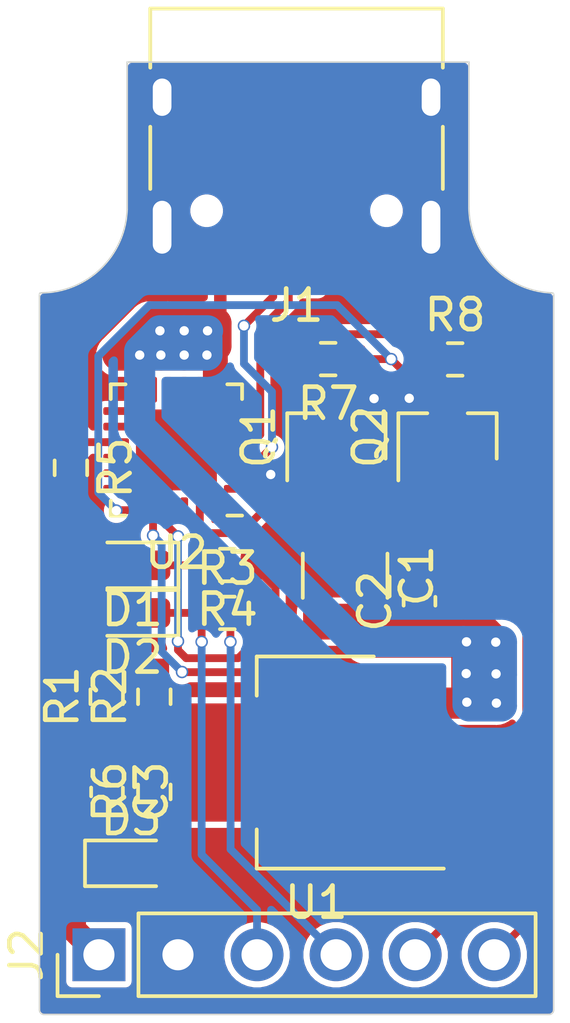
<source format=kicad_pcb>
(kicad_pcb (version 20171130) (host pcbnew "(5.1.9)-1")

  (general
    (thickness 1.6)
    (drawings 12)
    (tracks 218)
    (zones 0)
    (modules 20)
    (nets 39)
  )

  (page A4)
  (layers
    (0 F.Cu signal)
    (31 B.Cu signal)
    (32 B.Adhes user)
    (33 F.Adhes user)
    (34 B.Paste user)
    (35 F.Paste user)
    (36 B.SilkS user)
    (37 F.SilkS user)
    (38 B.Mask user)
    (39 F.Mask user)
    (40 Dwgs.User user)
    (41 Cmts.User user)
    (42 Eco1.User user)
    (43 Eco2.User user)
    (44 Edge.Cuts user)
    (45 Margin user)
    (46 B.CrtYd user)
    (47 F.CrtYd user)
    (48 B.Fab user)
    (49 F.Fab user hide)
  )

  (setup
    (last_trace_width 0.25)
    (user_trace_width 0.4)
    (user_trace_width 0.8)
    (user_trace_width 1)
    (trace_clearance 0.2)
    (zone_clearance 0)
    (zone_45_only no)
    (trace_min 0.2)
    (via_size 0.8)
    (via_drill 0.4)
    (via_min_size 0.4)
    (via_min_drill 0.3)
    (user_via 0.4 0.3)
    (uvia_size 0.3)
    (uvia_drill 0.1)
    (uvias_allowed no)
    (uvia_min_size 0.2)
    (uvia_min_drill 0.1)
    (edge_width 0.05)
    (segment_width 0.2)
    (pcb_text_width 0.3)
    (pcb_text_size 1.5 1.5)
    (mod_edge_width 0.12)
    (mod_text_size 1 1)
    (mod_text_width 0.15)
    (pad_size 1.524 1.524)
    (pad_drill 0.762)
    (pad_to_mask_clearance 0)
    (aux_axis_origin 0 0)
    (grid_origin 93.05 82.74)
    (visible_elements 7FFFFFFF)
    (pcbplotparams
      (layerselection 0x010fc_ffffffff)
      (usegerberextensions false)
      (usegerberattributes true)
      (usegerberadvancedattributes true)
      (creategerberjobfile true)
      (excludeedgelayer true)
      (linewidth 0.100000)
      (plotframeref false)
      (viasonmask false)
      (mode 1)
      (useauxorigin false)
      (hpglpennumber 1)
      (hpglpenspeed 20)
      (hpglpendiameter 15.000000)
      (psnegative false)
      (psa4output false)
      (plotreference true)
      (plotvalue true)
      (plotinvisibletext false)
      (padsonsilk false)
      (subtractmaskfromsilk false)
      (outputformat 1)
      (mirror false)
      (drillshape 0)
      (scaleselection 1)
      (outputdirectory "C:/Users/Win 10/Desktop/usb_debug/assets/gerber/"))
  )

  (net 0 "")
  (net 1 +5V)
  (net 2 GND)
  (net 3 +3V3)
  (net 4 "Net-(D1-Pad2)")
  (net 5 RX0)
  (net 6 "Net-(D2-Pad2)")
  (net 7 TX0)
  (net 8 "Net-(D3-Pad2)")
  (net 9 "Net-(J1-PadB8)")
  (net 10 "Net-(J1-PadA5)")
  (net 11 D-)
  (net 12 D+)
  (net 13 "Net-(J1-PadA8)")
  (net 14 "Net-(J1-PadB5)")
  (net 15 EN)
  (net 16 IO0)
  (net 17 DTR)
  (net 18 "Net-(Q1-Pad1)")
  (net 19 RTS)
  (net 20 "Net-(Q2-Pad1)")
  (net 21 "Net-(R3-Pad2)")
  (net 22 "Net-(R4-Pad1)")
  (net 23 SU-)
  (net 24 "Net-(U2-Pad25)")
  (net 25 "Net-(U2-Pad24)")
  (net 26 "Net-(U2-Pad22)")
  (net 27 "Net-(U2-Pad18)")
  (net 28 "Net-(U2-Pad17)")
  (net 29 "Net-(U2-Pad16)")
  (net 30 "Net-(U2-Pad14)")
  (net 31 "Net-(U2-Pad13)")
  (net 32 "Net-(U2-Pad12)")
  (net 33 "Net-(U2-Pad11)")
  (net 34 "Net-(U2-Pad10)")
  (net 35 "Net-(U2-Pad9)")
  (net 36 "Net-(U2-Pad6)")
  (net 37 "Net-(U2-Pad5)")
  (net 38 "Net-(U2-Pad1)")

  (net_class Default "This is the default net class."
    (clearance 0.2)
    (trace_width 0.25)
    (via_dia 0.8)
    (via_drill 0.4)
    (uvia_dia 0.3)
    (uvia_drill 0.1)
    (add_net +3V3)
    (add_net +5V)
    (add_net D+)
    (add_net D-)
    (add_net DTR)
    (add_net EN)
    (add_net GND)
    (add_net IO0)
    (add_net "Net-(D1-Pad2)")
    (add_net "Net-(D2-Pad2)")
    (add_net "Net-(D3-Pad2)")
    (add_net "Net-(J1-PadA5)")
    (add_net "Net-(J1-PadA8)")
    (add_net "Net-(J1-PadB5)")
    (add_net "Net-(J1-PadB8)")
    (add_net "Net-(Q1-Pad1)")
    (add_net "Net-(Q2-Pad1)")
    (add_net "Net-(R3-Pad2)")
    (add_net "Net-(R4-Pad1)")
    (add_net "Net-(U2-Pad1)")
    (add_net "Net-(U2-Pad10)")
    (add_net "Net-(U2-Pad11)")
    (add_net "Net-(U2-Pad12)")
    (add_net "Net-(U2-Pad13)")
    (add_net "Net-(U2-Pad14)")
    (add_net "Net-(U2-Pad16)")
    (add_net "Net-(U2-Pad17)")
    (add_net "Net-(U2-Pad18)")
    (add_net "Net-(U2-Pad22)")
    (add_net "Net-(U2-Pad24)")
    (add_net "Net-(U2-Pad25)")
    (add_net "Net-(U2-Pad5)")
    (add_net "Net-(U2-Pad6)")
    (add_net "Net-(U2-Pad9)")
    (add_net RTS)
    (add_net RX0)
    (add_net SU-)
    (add_net TX0)
  )

  (module Diode_SMD:D_0603_1608Metric (layer F.Cu) (tedit 5F68FEF0) (tstamp 6089BD85)
    (at 92.2275 75.18)
    (descr "Diode SMD 0603 (1608 Metric), square (rectangular) end terminal, IPC_7351 nominal, (Body size source: http://www.tortai-tech.com/upload/download/2011102023233369053.pdf), generated with kicad-footprint-generator")
    (tags diode)
    (path /608E1B85)
    (attr smd)
    (fp_text reference D3 (at 0 -1.43) (layer F.SilkS)
      (effects (font (size 1 1) (thickness 0.15)))
    )
    (fp_text value LED (at 0 1.43) (layer F.Fab)
      (effects (font (size 1 1) (thickness 0.15)))
    )
    (fp_line (start 1.48 0.73) (end -1.48 0.73) (layer F.CrtYd) (width 0.05))
    (fp_line (start 1.48 -0.73) (end 1.48 0.73) (layer F.CrtYd) (width 0.05))
    (fp_line (start -1.48 -0.73) (end 1.48 -0.73) (layer F.CrtYd) (width 0.05))
    (fp_line (start -1.48 0.73) (end -1.48 -0.73) (layer F.CrtYd) (width 0.05))
    (fp_line (start -1.485 0.735) (end 0.8 0.735) (layer F.SilkS) (width 0.12))
    (fp_line (start -1.485 -0.735) (end -1.485 0.735) (layer F.SilkS) (width 0.12))
    (fp_line (start 0.8 -0.735) (end -1.485 -0.735) (layer F.SilkS) (width 0.12))
    (fp_line (start 0.8 0.4) (end 0.8 -0.4) (layer F.Fab) (width 0.1))
    (fp_line (start -0.8 0.4) (end 0.8 0.4) (layer F.Fab) (width 0.1))
    (fp_line (start -0.8 -0.1) (end -0.8 0.4) (layer F.Fab) (width 0.1))
    (fp_line (start -0.5 -0.4) (end -0.8 -0.1) (layer F.Fab) (width 0.1))
    (fp_line (start 0.8 -0.4) (end -0.5 -0.4) (layer F.Fab) (width 0.1))
    (fp_text user %R (at 0 0) (layer F.Fab)
      (effects (font (size 0.4 0.4) (thickness 0.06)))
    )
    (pad 2 smd roundrect (at 0.7875 0) (size 0.875 0.95) (layers F.Cu F.Paste F.Mask) (roundrect_rratio 0.25)
      (net 8 "Net-(D3-Pad2)"))
    (pad 1 smd roundrect (at -0.7875 0) (size 0.875 0.95) (layers F.Cu F.Paste F.Mask) (roundrect_rratio 0.25)
      (net 2 GND))
    (model ${KISYS3DMOD}/Diode_SMD.3dshapes/D_0603_1608Metric.wrl
      (at (xyz 0 0 0))
      (scale (xyz 1 1 1))
      (rotate (xyz 0 0 0))
    )
  )

  (module Diode_SMD:D_0603_1608Metric (layer F.Cu) (tedit 5F68FEF0) (tstamp 6089BD71)
    (at 92.2575 67.13 180)
    (descr "Diode SMD 0603 (1608 Metric), square (rectangular) end terminal, IPC_7351 nominal, (Body size source: http://www.tortai-tech.com/upload/download/2011102023233369053.pdf), generated with kicad-footprint-generator")
    (tags diode)
    (path /608BF050)
    (attr smd)
    (fp_text reference D2 (at 0 -1.43) (layer F.SilkS)
      (effects (font (size 1 1) (thickness 0.15)))
    )
    (fp_text value LED (at 0 1.43) (layer F.Fab)
      (effects (font (size 1 1) (thickness 0.15)))
    )
    (fp_line (start 1.48 0.73) (end -1.48 0.73) (layer F.CrtYd) (width 0.05))
    (fp_line (start 1.48 -0.73) (end 1.48 0.73) (layer F.CrtYd) (width 0.05))
    (fp_line (start -1.48 -0.73) (end 1.48 -0.73) (layer F.CrtYd) (width 0.05))
    (fp_line (start -1.48 0.73) (end -1.48 -0.73) (layer F.CrtYd) (width 0.05))
    (fp_line (start -1.485 0.735) (end 0.8 0.735) (layer F.SilkS) (width 0.12))
    (fp_line (start -1.485 -0.735) (end -1.485 0.735) (layer F.SilkS) (width 0.12))
    (fp_line (start 0.8 -0.735) (end -1.485 -0.735) (layer F.SilkS) (width 0.12))
    (fp_line (start 0.8 0.4) (end 0.8 -0.4) (layer F.Fab) (width 0.1))
    (fp_line (start -0.8 0.4) (end 0.8 0.4) (layer F.Fab) (width 0.1))
    (fp_line (start -0.8 -0.1) (end -0.8 0.4) (layer F.Fab) (width 0.1))
    (fp_line (start -0.5 -0.4) (end -0.8 -0.1) (layer F.Fab) (width 0.1))
    (fp_line (start 0.8 -0.4) (end -0.5 -0.4) (layer F.Fab) (width 0.1))
    (fp_text user %R (at 0 0) (layer F.Fab)
      (effects (font (size 0.4 0.4) (thickness 0.06)))
    )
    (pad 2 smd roundrect (at 0.7875 0 180) (size 0.875 0.95) (layers F.Cu F.Paste F.Mask) (roundrect_rratio 0.25)
      (net 6 "Net-(D2-Pad2)"))
    (pad 1 smd roundrect (at -0.7875 0 180) (size 0.875 0.95) (layers F.Cu F.Paste F.Mask) (roundrect_rratio 0.25)
      (net 7 TX0))
    (model ${KISYS3DMOD}/Diode_SMD.3dshapes/D_0603_1608Metric.wrl
      (at (xyz 0 0 0))
      (scale (xyz 1 1 1))
      (rotate (xyz 0 0 0))
    )
  )

  (module Diode_SMD:D_0603_1608Metric (layer F.Cu) (tedit 5F68FEF0) (tstamp 6089BD5D)
    (at 92.26 65.6 180)
    (descr "Diode SMD 0603 (1608 Metric), square (rectangular) end terminal, IPC_7351 nominal, (Body size source: http://www.tortai-tech.com/upload/download/2011102023233369053.pdf), generated with kicad-footprint-generator")
    (tags diode)
    (path /608BD170)
    (attr smd)
    (fp_text reference D1 (at 0 -1.43) (layer F.SilkS)
      (effects (font (size 1 1) (thickness 0.15)))
    )
    (fp_text value LED (at 0 1.43) (layer F.Fab)
      (effects (font (size 1 1) (thickness 0.15)))
    )
    (fp_line (start 1.48 0.73) (end -1.48 0.73) (layer F.CrtYd) (width 0.05))
    (fp_line (start 1.48 -0.73) (end 1.48 0.73) (layer F.CrtYd) (width 0.05))
    (fp_line (start -1.48 -0.73) (end 1.48 -0.73) (layer F.CrtYd) (width 0.05))
    (fp_line (start -1.48 0.73) (end -1.48 -0.73) (layer F.CrtYd) (width 0.05))
    (fp_line (start -1.485 0.735) (end 0.8 0.735) (layer F.SilkS) (width 0.12))
    (fp_line (start -1.485 -0.735) (end -1.485 0.735) (layer F.SilkS) (width 0.12))
    (fp_line (start 0.8 -0.735) (end -1.485 -0.735) (layer F.SilkS) (width 0.12))
    (fp_line (start 0.8 0.4) (end 0.8 -0.4) (layer F.Fab) (width 0.1))
    (fp_line (start -0.8 0.4) (end 0.8 0.4) (layer F.Fab) (width 0.1))
    (fp_line (start -0.8 -0.1) (end -0.8 0.4) (layer F.Fab) (width 0.1))
    (fp_line (start -0.5 -0.4) (end -0.8 -0.1) (layer F.Fab) (width 0.1))
    (fp_line (start 0.8 -0.4) (end -0.5 -0.4) (layer F.Fab) (width 0.1))
    (fp_text user %R (at 0 0) (layer F.Fab)
      (effects (font (size 0.4 0.4) (thickness 0.06)))
    )
    (pad 2 smd roundrect (at 0.7875 0 180) (size 0.875 0.95) (layers F.Cu F.Paste F.Mask) (roundrect_rratio 0.25)
      (net 4 "Net-(D1-Pad2)"))
    (pad 1 smd roundrect (at -0.7875 0 180) (size 0.875 0.95) (layers F.Cu F.Paste F.Mask) (roundrect_rratio 0.25)
      (net 5 RX0))
    (model ${KISYS3DMOD}/Diode_SMD.3dshapes/D_0603_1608Metric.wrl
      (at (xyz 0 0 0))
      (scale (xyz 1 1 1))
      (rotate (xyz 0 0 0))
    )
  )

  (module Package_DFN_QFN:QFN-24-1EP_4x4mm_P0.5mm_EP2.6x2.6mm (layer F.Cu) (tedit 5DC5F6A3) (tstamp 6089BEC1)
    (at 93.68 61.89 180)
    (descr "QFN, 24 Pin (http://ww1.microchip.com/downloads/en/PackagingSpec/00000049BQ.pdf#page=278), generated with kicad-footprint-generator ipc_noLead_generator.py")
    (tags "QFN NoLead")
    (path /608AD733)
    (attr smd)
    (fp_text reference U2 (at 0 -3.3) (layer F.SilkS)
      (effects (font (size 1 1) (thickness 0.15)))
    )
    (fp_text value CP2104 (at 0 3.3) (layer F.Fab)
      (effects (font (size 1 1) (thickness 0.15)))
    )
    (fp_line (start 1.635 -2.11) (end 2.11 -2.11) (layer F.SilkS) (width 0.12))
    (fp_line (start 2.11 -2.11) (end 2.11 -1.635) (layer F.SilkS) (width 0.12))
    (fp_line (start -1.635 2.11) (end -2.11 2.11) (layer F.SilkS) (width 0.12))
    (fp_line (start -2.11 2.11) (end -2.11 1.635) (layer F.SilkS) (width 0.12))
    (fp_line (start 1.635 2.11) (end 2.11 2.11) (layer F.SilkS) (width 0.12))
    (fp_line (start 2.11 2.11) (end 2.11 1.635) (layer F.SilkS) (width 0.12))
    (fp_line (start -1.635 -2.11) (end -2.11 -2.11) (layer F.SilkS) (width 0.12))
    (fp_line (start -1 -2) (end 2 -2) (layer F.Fab) (width 0.1))
    (fp_line (start 2 -2) (end 2 2) (layer F.Fab) (width 0.1))
    (fp_line (start 2 2) (end -2 2) (layer F.Fab) (width 0.1))
    (fp_line (start -2 2) (end -2 -1) (layer F.Fab) (width 0.1))
    (fp_line (start -2 -1) (end -1 -2) (layer F.Fab) (width 0.1))
    (fp_line (start -2.6 -2.6) (end -2.6 2.6) (layer F.CrtYd) (width 0.05))
    (fp_line (start -2.6 2.6) (end 2.6 2.6) (layer F.CrtYd) (width 0.05))
    (fp_line (start 2.6 2.6) (end 2.6 -2.6) (layer F.CrtYd) (width 0.05))
    (fp_line (start 2.6 -2.6) (end -2.6 -2.6) (layer F.CrtYd) (width 0.05))
    (fp_text user %R (at 0 0) (layer F.Fab)
      (effects (font (size 1 1) (thickness 0.15)))
    )
    (pad "" smd roundrect (at 0.65 0.65 180) (size 1.05 1.05) (layers F.Paste) (roundrect_rratio 0.2380942857142857))
    (pad "" smd roundrect (at 0.65 -0.65 180) (size 1.05 1.05) (layers F.Paste) (roundrect_rratio 0.2380942857142857))
    (pad "" smd roundrect (at -0.65 0.65 180) (size 1.05 1.05) (layers F.Paste) (roundrect_rratio 0.2380942857142857))
    (pad "" smd roundrect (at -0.65 -0.65 180) (size 1.05 1.05) (layers F.Paste) (roundrect_rratio 0.2380942857142857))
    (pad 25 smd rect (at 0 0 180) (size 2.6 2.6) (layers F.Cu F.Mask)
      (net 24 "Net-(U2-Pad25)"))
    (pad 24 smd roundrect (at -1.25 -1.9375 180) (size 0.25 0.825) (layers F.Cu F.Paste F.Mask) (roundrect_rratio 0.25)
      (net 25 "Net-(U2-Pad24)"))
    (pad 23 smd roundrect (at -0.75 -1.9375 180) (size 0.25 0.825) (layers F.Cu F.Paste F.Mask) (roundrect_rratio 0.25)
      (net 17 DTR))
    (pad 22 smd roundrect (at -0.25 -1.9375 180) (size 0.25 0.825) (layers F.Cu F.Paste F.Mask) (roundrect_rratio 0.25)
      (net 26 "Net-(U2-Pad22)"))
    (pad 21 smd roundrect (at 0.25 -1.9375 180) (size 0.25 0.825) (layers F.Cu F.Paste F.Mask) (roundrect_rratio 0.25)
      (net 21 "Net-(R3-Pad2)"))
    (pad 20 smd roundrect (at 0.75 -1.9375 180) (size 0.25 0.825) (layers F.Cu F.Paste F.Mask) (roundrect_rratio 0.25)
      (net 22 "Net-(R4-Pad1)"))
    (pad 19 smd roundrect (at 1.25 -1.9375 180) (size 0.25 0.825) (layers F.Cu F.Paste F.Mask) (roundrect_rratio 0.25)
      (net 19 RTS))
    (pad 18 smd roundrect (at 1.9375 -1.25 180) (size 0.825 0.25) (layers F.Cu F.Paste F.Mask) (roundrect_rratio 0.25)
      (net 27 "Net-(U2-Pad18)"))
    (pad 17 smd roundrect (at 1.9375 -0.75 180) (size 0.825 0.25) (layers F.Cu F.Paste F.Mask) (roundrect_rratio 0.25)
      (net 28 "Net-(U2-Pad17)"))
    (pad 16 smd roundrect (at 1.9375 -0.25 180) (size 0.825 0.25) (layers F.Cu F.Paste F.Mask) (roundrect_rratio 0.25)
      (net 29 "Net-(U2-Pad16)"))
    (pad 15 smd roundrect (at 1.9375 0.25 180) (size 0.825 0.25) (layers F.Cu F.Paste F.Mask) (roundrect_rratio 0.25)
      (net 23 SU-))
    (pad 14 smd roundrect (at 1.9375 0.75 180) (size 0.825 0.25) (layers F.Cu F.Paste F.Mask) (roundrect_rratio 0.25)
      (net 30 "Net-(U2-Pad14)"))
    (pad 13 smd roundrect (at 1.9375 1.25 180) (size 0.825 0.25) (layers F.Cu F.Paste F.Mask) (roundrect_rratio 0.25)
      (net 31 "Net-(U2-Pad13)"))
    (pad 12 smd roundrect (at 1.25 1.9375 180) (size 0.25 0.825) (layers F.Cu F.Paste F.Mask) (roundrect_rratio 0.25)
      (net 32 "Net-(U2-Pad12)"))
    (pad 11 smd roundrect (at 0.75 1.9375 180) (size 0.25 0.825) (layers F.Cu F.Paste F.Mask) (roundrect_rratio 0.25)
      (net 33 "Net-(U2-Pad11)"))
    (pad 10 smd roundrect (at 0.25 1.9375 180) (size 0.25 0.825) (layers F.Cu F.Paste F.Mask) (roundrect_rratio 0.25)
      (net 34 "Net-(U2-Pad10)"))
    (pad 9 smd roundrect (at -0.25 1.9375 180) (size 0.25 0.825) (layers F.Cu F.Paste F.Mask) (roundrect_rratio 0.25)
      (net 35 "Net-(U2-Pad9)"))
    (pad 8 smd roundrect (at -0.75 1.9375 180) (size 0.25 0.825) (layers F.Cu F.Paste F.Mask) (roundrect_rratio 0.25)
      (net 1 +5V))
    (pad 7 smd roundrect (at -1.25 1.9375 180) (size 0.25 0.825) (layers F.Cu F.Paste F.Mask) (roundrect_rratio 0.25)
      (net 1 +5V))
    (pad 6 smd roundrect (at -1.9375 1.25 180) (size 0.825 0.25) (layers F.Cu F.Paste F.Mask) (roundrect_rratio 0.25)
      (net 36 "Net-(U2-Pad6)"))
    (pad 5 smd roundrect (at -1.9375 0.75 180) (size 0.825 0.25) (layers F.Cu F.Paste F.Mask) (roundrect_rratio 0.25)
      (net 37 "Net-(U2-Pad5)"))
    (pad 4 smd roundrect (at -1.9375 0.25 180) (size 0.825 0.25) (layers F.Cu F.Paste F.Mask) (roundrect_rratio 0.25)
      (net 11 D-))
    (pad 3 smd roundrect (at -1.9375 -0.25 180) (size 0.825 0.25) (layers F.Cu F.Paste F.Mask) (roundrect_rratio 0.25)
      (net 12 D+))
    (pad 2 smd roundrect (at -1.9375 -0.75 180) (size 0.825 0.25) (layers F.Cu F.Paste F.Mask) (roundrect_rratio 0.25)
      (net 2 GND))
    (pad 1 smd roundrect (at -1.9375 -1.25 180) (size 0.825 0.25) (layers F.Cu F.Paste F.Mask) (roundrect_rratio 0.25)
      (net 38 "Net-(U2-Pad1)"))
    (model ${KISYS3DMOD}/Package_DFN_QFN.3dshapes/QFN-24-1EP_4x4mm_P0.5mm_EP2.6x2.6mm.wrl
      (at (xyz 0 0 0))
      (scale (xyz 1 1 1))
      (rotate (xyz 0 0 0))
    )
  )

  (module Package_TO_SOT_SMD:SOT-223-3_TabPin2 (layer F.Cu) (tedit 5A02FF57) (tstamp 6089BE8F)
    (at 98.17 71.94 180)
    (descr "module CMS SOT223 4 pins")
    (tags "CMS SOT")
    (path /6089BC0B)
    (attr smd)
    (fp_text reference U1 (at 0 -4.5) (layer F.SilkS)
      (effects (font (size 1 1) (thickness 0.15)))
    )
    (fp_text value AMS1117-3.3 (at 0 4.5) (layer F.Fab)
      (effects (font (size 1 1) (thickness 0.15)))
    )
    (fp_line (start 1.91 3.41) (end 1.91 2.15) (layer F.SilkS) (width 0.12))
    (fp_line (start 1.91 -3.41) (end 1.91 -2.15) (layer F.SilkS) (width 0.12))
    (fp_line (start 4.4 -3.6) (end -4.4 -3.6) (layer F.CrtYd) (width 0.05))
    (fp_line (start 4.4 3.6) (end 4.4 -3.6) (layer F.CrtYd) (width 0.05))
    (fp_line (start -4.4 3.6) (end 4.4 3.6) (layer F.CrtYd) (width 0.05))
    (fp_line (start -4.4 -3.6) (end -4.4 3.6) (layer F.CrtYd) (width 0.05))
    (fp_line (start -1.85 -2.35) (end -0.85 -3.35) (layer F.Fab) (width 0.1))
    (fp_line (start -1.85 -2.35) (end -1.85 3.35) (layer F.Fab) (width 0.1))
    (fp_line (start -1.85 3.41) (end 1.91 3.41) (layer F.SilkS) (width 0.12))
    (fp_line (start -0.85 -3.35) (end 1.85 -3.35) (layer F.Fab) (width 0.1))
    (fp_line (start -4.1 -3.41) (end 1.91 -3.41) (layer F.SilkS) (width 0.12))
    (fp_line (start -1.85 3.35) (end 1.85 3.35) (layer F.Fab) (width 0.1))
    (fp_line (start 1.85 -3.35) (end 1.85 3.35) (layer F.Fab) (width 0.1))
    (fp_text user %R (at 0 0 90) (layer F.Fab)
      (effects (font (size 0.8 0.8) (thickness 0.12)))
    )
    (pad 1 smd rect (at -3.15 -2.3 180) (size 2 1.5) (layers F.Cu F.Paste F.Mask)
      (net 2 GND))
    (pad 3 smd rect (at -3.15 2.3 180) (size 2 1.5) (layers F.Cu F.Paste F.Mask)
      (net 1 +5V))
    (pad 2 smd rect (at -3.15 0 180) (size 2 1.5) (layers F.Cu F.Paste F.Mask)
      (net 3 +3V3))
    (pad 2 smd rect (at 3.15 0 180) (size 2 3.8) (layers F.Cu F.Paste F.Mask)
      (net 3 +3V3))
    (model ${KISYS3DMOD}/Package_TO_SOT_SMD.3dshapes/SOT-223.wrl
      (at (xyz 0 0 0))
      (scale (xyz 1 1 1))
      (rotate (xyz 0 0 0))
    )
  )

  (module Resistor_SMD:R_0603_1608Metric (layer F.Cu) (tedit 5F68FEEE) (tstamp 6089BE79)
    (at 102.635 58.98)
    (descr "Resistor SMD 0603 (1608 Metric), square (rectangular) end terminal, IPC_7351 nominal, (Body size source: IPC-SM-782 page 72, https://www.pcb-3d.com/wordpress/wp-content/uploads/ipc-sm-782a_amendment_1_and_2.pdf), generated with kicad-footprint-generator")
    (tags resistor)
    (path /608D4ABA)
    (attr smd)
    (fp_text reference R8 (at 0 -1.43) (layer F.SilkS)
      (effects (font (size 1 1) (thickness 0.15)))
    )
    (fp_text value 10k (at 0 1.43) (layer F.Fab)
      (effects (font (size 1 1) (thickness 0.15)))
    )
    (fp_line (start -0.8 0.4125) (end -0.8 -0.4125) (layer F.Fab) (width 0.1))
    (fp_line (start -0.8 -0.4125) (end 0.8 -0.4125) (layer F.Fab) (width 0.1))
    (fp_line (start 0.8 -0.4125) (end 0.8 0.4125) (layer F.Fab) (width 0.1))
    (fp_line (start 0.8 0.4125) (end -0.8 0.4125) (layer F.Fab) (width 0.1))
    (fp_line (start -0.237258 -0.5225) (end 0.237258 -0.5225) (layer F.SilkS) (width 0.12))
    (fp_line (start -0.237258 0.5225) (end 0.237258 0.5225) (layer F.SilkS) (width 0.12))
    (fp_line (start -1.48 0.73) (end -1.48 -0.73) (layer F.CrtYd) (width 0.05))
    (fp_line (start -1.48 -0.73) (end 1.48 -0.73) (layer F.CrtYd) (width 0.05))
    (fp_line (start 1.48 -0.73) (end 1.48 0.73) (layer F.CrtYd) (width 0.05))
    (fp_line (start 1.48 0.73) (end -1.48 0.73) (layer F.CrtYd) (width 0.05))
    (fp_text user %R (at -0.845 -0.77) (layer F.Fab)
      (effects (font (size 0.4 0.4) (thickness 0.06)))
    )
    (pad 2 smd roundrect (at 0.825 0) (size 0.8 0.95) (layers F.Cu F.Paste F.Mask) (roundrect_rratio 0.25)
      (net 20 "Net-(Q2-Pad1)"))
    (pad 1 smd roundrect (at -0.825 0) (size 0.8 0.95) (layers F.Cu F.Paste F.Mask) (roundrect_rratio 0.25)
      (net 17 DTR))
    (model ${KISYS3DMOD}/Resistor_SMD.3dshapes/R_0603_1608Metric.wrl
      (at (xyz 0 0 0))
      (scale (xyz 1 1 1))
      (rotate (xyz 0 0 0))
    )
  )

  (module Resistor_SMD:R_0603_1608Metric (layer F.Cu) (tedit 5F68FEEE) (tstamp 6089BE68)
    (at 98.555 58.97 180)
    (descr "Resistor SMD 0603 (1608 Metric), square (rectangular) end terminal, IPC_7351 nominal, (Body size source: IPC-SM-782 page 72, https://www.pcb-3d.com/wordpress/wp-content/uploads/ipc-sm-782a_amendment_1_and_2.pdf), generated with kicad-footprint-generator")
    (tags resistor)
    (path /608D3C3D)
    (attr smd)
    (fp_text reference R7 (at 0 -1.43) (layer F.SilkS)
      (effects (font (size 1 1) (thickness 0.15)))
    )
    (fp_text value 10k (at 0 1.43) (layer F.Fab)
      (effects (font (size 1 1) (thickness 0.15)))
    )
    (fp_line (start -0.8 0.4125) (end -0.8 -0.4125) (layer F.Fab) (width 0.1))
    (fp_line (start -0.8 -0.4125) (end 0.8 -0.4125) (layer F.Fab) (width 0.1))
    (fp_line (start 0.8 -0.4125) (end 0.8 0.4125) (layer F.Fab) (width 0.1))
    (fp_line (start 0.8 0.4125) (end -0.8 0.4125) (layer F.Fab) (width 0.1))
    (fp_line (start -0.237258 -0.5225) (end 0.237258 -0.5225) (layer F.SilkS) (width 0.12))
    (fp_line (start -0.237258 0.5225) (end 0.237258 0.5225) (layer F.SilkS) (width 0.12))
    (fp_line (start -1.48 0.73) (end -1.48 -0.73) (layer F.CrtYd) (width 0.05))
    (fp_line (start -1.48 -0.73) (end 1.48 -0.73) (layer F.CrtYd) (width 0.05))
    (fp_line (start 1.48 -0.73) (end 1.48 0.73) (layer F.CrtYd) (width 0.05))
    (fp_line (start 1.48 0.73) (end -1.48 0.73) (layer F.CrtYd) (width 0.05))
    (fp_text user %R (at 0 0) (layer F.Fab)
      (effects (font (size 0.4 0.4) (thickness 0.06)))
    )
    (pad 2 smd roundrect (at 0.825 0 180) (size 0.8 0.95) (layers F.Cu F.Paste F.Mask) (roundrect_rratio 0.25)
      (net 18 "Net-(Q1-Pad1)"))
    (pad 1 smd roundrect (at -0.825 0 180) (size 0.8 0.95) (layers F.Cu F.Paste F.Mask) (roundrect_rratio 0.25)
      (net 19 RTS))
    (model ${KISYS3DMOD}/Resistor_SMD.3dshapes/R_0603_1608Metric.wrl
      (at (xyz 0 0 0))
      (scale (xyz 1 1 1))
      (rotate (xyz 0 0 0))
    )
  )

  (module Resistor_SMD:R_0603_1608Metric (layer F.Cu) (tedit 5F68FEEE) (tstamp 6089BE57)
    (at 92.97 72.885 90)
    (descr "Resistor SMD 0603 (1608 Metric), square (rectangular) end terminal, IPC_7351 nominal, (Body size source: IPC-SM-782 page 72, https://www.pcb-3d.com/wordpress/wp-content/uploads/ipc-sm-782a_amendment_1_and_2.pdf), generated with kicad-footprint-generator")
    (tags resistor)
    (path /608E097B)
    (attr smd)
    (fp_text reference R6 (at 0 -1.43 90) (layer F.SilkS)
      (effects (font (size 1 1) (thickness 0.15)))
    )
    (fp_text value 1K (at 0 1.43 90) (layer F.Fab)
      (effects (font (size 1 1) (thickness 0.15)))
    )
    (fp_line (start -0.8 0.4125) (end -0.8 -0.4125) (layer F.Fab) (width 0.1))
    (fp_line (start -0.8 -0.4125) (end 0.8 -0.4125) (layer F.Fab) (width 0.1))
    (fp_line (start 0.8 -0.4125) (end 0.8 0.4125) (layer F.Fab) (width 0.1))
    (fp_line (start 0.8 0.4125) (end -0.8 0.4125) (layer F.Fab) (width 0.1))
    (fp_line (start -0.237258 -0.5225) (end 0.237258 -0.5225) (layer F.SilkS) (width 0.12))
    (fp_line (start -0.237258 0.5225) (end 0.237258 0.5225) (layer F.SilkS) (width 0.12))
    (fp_line (start -1.48 0.73) (end -1.48 -0.73) (layer F.CrtYd) (width 0.05))
    (fp_line (start -1.48 -0.73) (end 1.48 -0.73) (layer F.CrtYd) (width 0.05))
    (fp_line (start 1.48 -0.73) (end 1.48 0.73) (layer F.CrtYd) (width 0.05))
    (fp_line (start 1.48 0.73) (end -1.48 0.73) (layer F.CrtYd) (width 0.05))
    (fp_text user %R (at 0 0 90) (layer F.Fab)
      (effects (font (size 0.4 0.4) (thickness 0.06)))
    )
    (pad 2 smd roundrect (at 0.825 0 90) (size 0.8 0.95) (layers F.Cu F.Paste F.Mask) (roundrect_rratio 0.25)
      (net 3 +3V3))
    (pad 1 smd roundrect (at -0.825 0 90) (size 0.8 0.95) (layers F.Cu F.Paste F.Mask) (roundrect_rratio 0.25)
      (net 8 "Net-(D3-Pad2)"))
    (model ${KISYS3DMOD}/Resistor_SMD.3dshapes/R_0603_1608Metric.wrl
      (at (xyz 0 0 0))
      (scale (xyz 1 1 1))
      (rotate (xyz 0 0 0))
    )
  )

  (module Resistor_SMD:R_0603_1608Metric (layer F.Cu) (tedit 5F68FEEE) (tstamp 6089BE46)
    (at 90.29 62.465 270)
    (descr "Resistor SMD 0603 (1608 Metric), square (rectangular) end terminal, IPC_7351 nominal, (Body size source: IPC-SM-782 page 72, https://www.pcb-3d.com/wordpress/wp-content/uploads/ipc-sm-782a_amendment_1_and_2.pdf), generated with kicad-footprint-generator")
    (tags resistor)
    (path /608C5E16)
    (attr smd)
    (fp_text reference R5 (at 0 -1.43 90) (layer F.SilkS)
      (effects (font (size 1 1) (thickness 0.15)))
    )
    (fp_text value 10k (at 0 1.43 90) (layer F.Fab)
      (effects (font (size 1 1) (thickness 0.15)))
    )
    (fp_line (start -0.8 0.4125) (end -0.8 -0.4125) (layer F.Fab) (width 0.1))
    (fp_line (start -0.8 -0.4125) (end 0.8 -0.4125) (layer F.Fab) (width 0.1))
    (fp_line (start 0.8 -0.4125) (end 0.8 0.4125) (layer F.Fab) (width 0.1))
    (fp_line (start 0.8 0.4125) (end -0.8 0.4125) (layer F.Fab) (width 0.1))
    (fp_line (start -0.237258 -0.5225) (end 0.237258 -0.5225) (layer F.SilkS) (width 0.12))
    (fp_line (start -0.237258 0.5225) (end 0.237258 0.5225) (layer F.SilkS) (width 0.12))
    (fp_line (start -1.48 0.73) (end -1.48 -0.73) (layer F.CrtYd) (width 0.05))
    (fp_line (start -1.48 -0.73) (end 1.48 -0.73) (layer F.CrtYd) (width 0.05))
    (fp_line (start 1.48 -0.73) (end 1.48 0.73) (layer F.CrtYd) (width 0.05))
    (fp_line (start 1.48 0.73) (end -1.48 0.73) (layer F.CrtYd) (width 0.05))
    (fp_text user %R (at 0 0 90) (layer F.Fab)
      (effects (font (size 0.4 0.4) (thickness 0.06)))
    )
    (pad 2 smd roundrect (at 0.825 0 270) (size 0.8 0.95) (layers F.Cu F.Paste F.Mask) (roundrect_rratio 0.25)
      (net 2 GND))
    (pad 1 smd roundrect (at -0.825 0 270) (size 0.8 0.95) (layers F.Cu F.Paste F.Mask) (roundrect_rratio 0.25)
      (net 23 SU-))
    (model ${KISYS3DMOD}/Resistor_SMD.3dshapes/R_0603_1608Metric.wrl
      (at (xyz 0 0 0))
      (scale (xyz 1 1 1))
      (rotate (xyz 0 0 0))
    )
  )

  (module Resistor_SMD:R_0603_1608Metric (layer F.Cu) (tedit 5F68FEEE) (tstamp 6089BE35)
    (at 95.315 65.59 180)
    (descr "Resistor SMD 0603 (1608 Metric), square (rectangular) end terminal, IPC_7351 nominal, (Body size source: IPC-SM-782 page 72, https://www.pcb-3d.com/wordpress/wp-content/uploads/ipc-sm-782a_amendment_1_and_2.pdf), generated with kicad-footprint-generator")
    (tags resistor)
    (path /608C35E2)
    (attr smd)
    (fp_text reference R4 (at 0 -1.43) (layer F.SilkS)
      (effects (font (size 1 1) (thickness 0.15)))
    )
    (fp_text value 470 (at 0 1.43) (layer F.Fab)
      (effects (font (size 1 1) (thickness 0.15)))
    )
    (fp_line (start -0.8 0.4125) (end -0.8 -0.4125) (layer F.Fab) (width 0.1))
    (fp_line (start -0.8 -0.4125) (end 0.8 -0.4125) (layer F.Fab) (width 0.1))
    (fp_line (start 0.8 -0.4125) (end 0.8 0.4125) (layer F.Fab) (width 0.1))
    (fp_line (start 0.8 0.4125) (end -0.8 0.4125) (layer F.Fab) (width 0.1))
    (fp_line (start -0.237258 -0.5225) (end 0.237258 -0.5225) (layer F.SilkS) (width 0.12))
    (fp_line (start -0.237258 0.5225) (end 0.237258 0.5225) (layer F.SilkS) (width 0.12))
    (fp_line (start -1.48 0.73) (end -1.48 -0.73) (layer F.CrtYd) (width 0.05))
    (fp_line (start -1.48 -0.73) (end 1.48 -0.73) (layer F.CrtYd) (width 0.05))
    (fp_line (start 1.48 -0.73) (end 1.48 0.73) (layer F.CrtYd) (width 0.05))
    (fp_line (start 1.48 0.73) (end -1.48 0.73) (layer F.CrtYd) (width 0.05))
    (fp_text user %R (at 0 0) (layer F.Fab)
      (effects (font (size 0.4 0.4) (thickness 0.06)))
    )
    (pad 2 smd roundrect (at 0.825 0 180) (size 0.8 0.95) (layers F.Cu F.Paste F.Mask) (roundrect_rratio 0.25)
      (net 5 RX0))
    (pad 1 smd roundrect (at -0.825 0 180) (size 0.8 0.95) (layers F.Cu F.Paste F.Mask) (roundrect_rratio 0.25)
      (net 22 "Net-(R4-Pad1)"))
    (model ${KISYS3DMOD}/Resistor_SMD.3dshapes/R_0603_1608Metric.wrl
      (at (xyz 0 0 0))
      (scale (xyz 1 1 1))
      (rotate (xyz 0 0 0))
    )
  )

  (module Resistor_SMD:R_0603_1608Metric (layer F.Cu) (tedit 5F68FEEE) (tstamp 6089BE24)
    (at 95.315 67.13)
    (descr "Resistor SMD 0603 (1608 Metric), square (rectangular) end terminal, IPC_7351 nominal, (Body size source: IPC-SM-782 page 72, https://www.pcb-3d.com/wordpress/wp-content/uploads/ipc-sm-782a_amendment_1_and_2.pdf), generated with kicad-footprint-generator")
    (tags resistor)
    (path /608C24D0)
    (attr smd)
    (fp_text reference R3 (at 0 -1.43) (layer F.SilkS)
      (effects (font (size 1 1) (thickness 0.15)))
    )
    (fp_text value 470 (at 0 1.43) (layer F.Fab)
      (effects (font (size 1 1) (thickness 0.15)))
    )
    (fp_line (start -0.8 0.4125) (end -0.8 -0.4125) (layer F.Fab) (width 0.1))
    (fp_line (start -0.8 -0.4125) (end 0.8 -0.4125) (layer F.Fab) (width 0.1))
    (fp_line (start 0.8 -0.4125) (end 0.8 0.4125) (layer F.Fab) (width 0.1))
    (fp_line (start 0.8 0.4125) (end -0.8 0.4125) (layer F.Fab) (width 0.1))
    (fp_line (start -0.237258 -0.5225) (end 0.237258 -0.5225) (layer F.SilkS) (width 0.12))
    (fp_line (start -0.237258 0.5225) (end 0.237258 0.5225) (layer F.SilkS) (width 0.12))
    (fp_line (start -1.48 0.73) (end -1.48 -0.73) (layer F.CrtYd) (width 0.05))
    (fp_line (start -1.48 -0.73) (end 1.48 -0.73) (layer F.CrtYd) (width 0.05))
    (fp_line (start 1.48 -0.73) (end 1.48 0.73) (layer F.CrtYd) (width 0.05))
    (fp_line (start 1.48 0.73) (end -1.48 0.73) (layer F.CrtYd) (width 0.05))
    (fp_text user %R (at 0 0) (layer F.Fab)
      (effects (font (size 0.4 0.4) (thickness 0.06)))
    )
    (pad 2 smd roundrect (at 0.825 0) (size 0.8 0.95) (layers F.Cu F.Paste F.Mask) (roundrect_rratio 0.25)
      (net 21 "Net-(R3-Pad2)"))
    (pad 1 smd roundrect (at -0.825 0) (size 0.8 0.95) (layers F.Cu F.Paste F.Mask) (roundrect_rratio 0.25)
      (net 7 TX0))
    (model ${KISYS3DMOD}/Resistor_SMD.3dshapes/R_0603_1608Metric.wrl
      (at (xyz 0 0 0))
      (scale (xyz 1 1 1))
      (rotate (xyz 0 0 0))
    )
  )

  (module Resistor_SMD:R_0603_1608Metric (layer F.Cu) (tedit 5F68FEEE) (tstamp 6089BE13)
    (at 92.97 69.825 90)
    (descr "Resistor SMD 0603 (1608 Metric), square (rectangular) end terminal, IPC_7351 nominal, (Body size source: IPC-SM-782 page 72, https://www.pcb-3d.com/wordpress/wp-content/uploads/ipc-sm-782a_amendment_1_and_2.pdf), generated with kicad-footprint-generator")
    (tags resistor)
    (path /608BB9A6)
    (attr smd)
    (fp_text reference R2 (at 0 -1.43 90) (layer F.SilkS)
      (effects (font (size 1 1) (thickness 0.15)))
    )
    (fp_text value 470 (at 0 1.43 90) (layer F.Fab)
      (effects (font (size 1 1) (thickness 0.15)))
    )
    (fp_line (start -0.8 0.4125) (end -0.8 -0.4125) (layer F.Fab) (width 0.1))
    (fp_line (start -0.8 -0.4125) (end 0.8 -0.4125) (layer F.Fab) (width 0.1))
    (fp_line (start 0.8 -0.4125) (end 0.8 0.4125) (layer F.Fab) (width 0.1))
    (fp_line (start 0.8 0.4125) (end -0.8 0.4125) (layer F.Fab) (width 0.1))
    (fp_line (start -0.237258 -0.5225) (end 0.237258 -0.5225) (layer F.SilkS) (width 0.12))
    (fp_line (start -0.237258 0.5225) (end 0.237258 0.5225) (layer F.SilkS) (width 0.12))
    (fp_line (start -1.48 0.73) (end -1.48 -0.73) (layer F.CrtYd) (width 0.05))
    (fp_line (start -1.48 -0.73) (end 1.48 -0.73) (layer F.CrtYd) (width 0.05))
    (fp_line (start 1.48 -0.73) (end 1.48 0.73) (layer F.CrtYd) (width 0.05))
    (fp_line (start 1.48 0.73) (end -1.48 0.73) (layer F.CrtYd) (width 0.05))
    (fp_text user %R (at 0 0 90) (layer F.Fab)
      (effects (font (size 0.4 0.4) (thickness 0.06)))
    )
    (pad 2 smd roundrect (at 0.825 0 90) (size 0.8 0.95) (layers F.Cu F.Paste F.Mask) (roundrect_rratio 0.25)
      (net 6 "Net-(D2-Pad2)"))
    (pad 1 smd roundrect (at -0.825 0 90) (size 0.8 0.95) (layers F.Cu F.Paste F.Mask) (roundrect_rratio 0.25)
      (net 3 +3V3))
    (model ${KISYS3DMOD}/Resistor_SMD.3dshapes/R_0603_1608Metric.wrl
      (at (xyz 0 0 0))
      (scale (xyz 1 1 1))
      (rotate (xyz 0 0 0))
    )
  )

  (module Resistor_SMD:R_0603_1608Metric (layer F.Cu) (tedit 5F68FEEE) (tstamp 6089BE02)
    (at 91.44 69.825 90)
    (descr "Resistor SMD 0603 (1608 Metric), square (rectangular) end terminal, IPC_7351 nominal, (Body size source: IPC-SM-782 page 72, https://www.pcb-3d.com/wordpress/wp-content/uploads/ipc-sm-782a_amendment_1_and_2.pdf), generated with kicad-footprint-generator")
    (tags resistor)
    (path /608BAB90)
    (attr smd)
    (fp_text reference R1 (at 0 -1.43 90) (layer F.SilkS)
      (effects (font (size 1 1) (thickness 0.15)))
    )
    (fp_text value 470 (at 0 1.43 90) (layer F.Fab)
      (effects (font (size 1 1) (thickness 0.15)))
    )
    (fp_line (start -0.8 0.4125) (end -0.8 -0.4125) (layer F.Fab) (width 0.1))
    (fp_line (start -0.8 -0.4125) (end 0.8 -0.4125) (layer F.Fab) (width 0.1))
    (fp_line (start 0.8 -0.4125) (end 0.8 0.4125) (layer F.Fab) (width 0.1))
    (fp_line (start 0.8 0.4125) (end -0.8 0.4125) (layer F.Fab) (width 0.1))
    (fp_line (start -0.237258 -0.5225) (end 0.237258 -0.5225) (layer F.SilkS) (width 0.12))
    (fp_line (start -0.237258 0.5225) (end 0.237258 0.5225) (layer F.SilkS) (width 0.12))
    (fp_line (start -1.48 0.73) (end -1.48 -0.73) (layer F.CrtYd) (width 0.05))
    (fp_line (start -1.48 -0.73) (end 1.48 -0.73) (layer F.CrtYd) (width 0.05))
    (fp_line (start 1.48 -0.73) (end 1.48 0.73) (layer F.CrtYd) (width 0.05))
    (fp_line (start 1.48 0.73) (end -1.48 0.73) (layer F.CrtYd) (width 0.05))
    (fp_text user %R (at 0 0 90) (layer F.Fab)
      (effects (font (size 0.4 0.4) (thickness 0.06)))
    )
    (pad 2 smd roundrect (at 0.825 0 90) (size 0.8 0.95) (layers F.Cu F.Paste F.Mask) (roundrect_rratio 0.25)
      (net 4 "Net-(D1-Pad2)"))
    (pad 1 smd roundrect (at -0.825 0 90) (size 0.8 0.95) (layers F.Cu F.Paste F.Mask) (roundrect_rratio 0.25)
      (net 3 +3V3))
    (model ${KISYS3DMOD}/Resistor_SMD.3dshapes/R_0603_1608Metric.wrl
      (at (xyz 0 0 0))
      (scale (xyz 1 1 1))
      (rotate (xyz 0 0 0))
    )
  )

  (module Package_TO_SOT_SMD:SOT-23 (layer F.Cu) (tedit 5A02FF57) (tstamp 6089BDF1)
    (at 102.39 61.47 90)
    (descr "SOT-23, Standard")
    (tags SOT-23)
    (path /608C91F2)
    (attr smd)
    (fp_text reference Q2 (at 0 -2.5 90) (layer F.SilkS)
      (effects (font (size 1 1) (thickness 0.15)))
    )
    (fp_text value Q_NPN_BCE (at 0 2.5 90) (layer F.Fab)
      (effects (font (size 1 1) (thickness 0.15)))
    )
    (fp_line (start -0.7 -0.95) (end -0.7 1.5) (layer F.Fab) (width 0.1))
    (fp_line (start -0.15 -1.52) (end 0.7 -1.52) (layer F.Fab) (width 0.1))
    (fp_line (start -0.7 -0.95) (end -0.15 -1.52) (layer F.Fab) (width 0.1))
    (fp_line (start 0.7 -1.52) (end 0.7 1.52) (layer F.Fab) (width 0.1))
    (fp_line (start -0.7 1.52) (end 0.7 1.52) (layer F.Fab) (width 0.1))
    (fp_line (start 0.76 1.58) (end 0.76 0.65) (layer F.SilkS) (width 0.12))
    (fp_line (start 0.76 -1.58) (end 0.76 -0.65) (layer F.SilkS) (width 0.12))
    (fp_line (start -1.7 -1.75) (end 1.7 -1.75) (layer F.CrtYd) (width 0.05))
    (fp_line (start 1.7 -1.75) (end 1.7 1.75) (layer F.CrtYd) (width 0.05))
    (fp_line (start 1.7 1.75) (end -1.7 1.75) (layer F.CrtYd) (width 0.05))
    (fp_line (start -1.7 1.75) (end -1.7 -1.75) (layer F.CrtYd) (width 0.05))
    (fp_line (start 0.76 -1.58) (end -1.4 -1.58) (layer F.SilkS) (width 0.12))
    (fp_line (start 0.76 1.58) (end -0.7 1.58) (layer F.SilkS) (width 0.12))
    (fp_text user %R (at 0 0) (layer F.Fab)
      (effects (font (size 0.5 0.5) (thickness 0.075)))
    )
    (pad 3 smd rect (at 1 0 90) (size 0.9 0.8) (layers F.Cu F.Paste F.Mask)
      (net 19 RTS))
    (pad 2 smd rect (at -1 0.95 90) (size 0.9 0.8) (layers F.Cu F.Paste F.Mask)
      (net 15 EN))
    (pad 1 smd rect (at -1 -0.95 90) (size 0.9 0.8) (layers F.Cu F.Paste F.Mask)
      (net 20 "Net-(Q2-Pad1)"))
    (model ${KISYS3DMOD}/Package_TO_SOT_SMD.3dshapes/SOT-23.wrl
      (at (xyz 0 0 0))
      (scale (xyz 1 1 1))
      (rotate (xyz 0 0 0))
    )
  )

  (module Package_TO_SOT_SMD:SOT-23 (layer F.Cu) (tedit 5A02FF57) (tstamp 6089BDDC)
    (at 98.82 61.47 90)
    (descr "SOT-23, Standard")
    (tags SOT-23)
    (path /608CBDD7)
    (attr smd)
    (fp_text reference Q1 (at 0 -2.5 90) (layer F.SilkS)
      (effects (font (size 1 1) (thickness 0.15)))
    )
    (fp_text value Q_NPN_BCE (at 0 2.5 90) (layer F.Fab)
      (effects (font (size 1 1) (thickness 0.15)))
    )
    (fp_line (start -0.7 -0.95) (end -0.7 1.5) (layer F.Fab) (width 0.1))
    (fp_line (start -0.15 -1.52) (end 0.7 -1.52) (layer F.Fab) (width 0.1))
    (fp_line (start -0.7 -0.95) (end -0.15 -1.52) (layer F.Fab) (width 0.1))
    (fp_line (start 0.7 -1.52) (end 0.7 1.52) (layer F.Fab) (width 0.1))
    (fp_line (start -0.7 1.52) (end 0.7 1.52) (layer F.Fab) (width 0.1))
    (fp_line (start 0.76 1.58) (end 0.76 0.65) (layer F.SilkS) (width 0.12))
    (fp_line (start 0.76 -1.58) (end 0.76 -0.65) (layer F.SilkS) (width 0.12))
    (fp_line (start -1.7 -1.75) (end 1.7 -1.75) (layer F.CrtYd) (width 0.05))
    (fp_line (start 1.7 -1.75) (end 1.7 1.75) (layer F.CrtYd) (width 0.05))
    (fp_line (start 1.7 1.75) (end -1.7 1.75) (layer F.CrtYd) (width 0.05))
    (fp_line (start -1.7 1.75) (end -1.7 -1.75) (layer F.CrtYd) (width 0.05))
    (fp_line (start 0.76 -1.58) (end -1.4 -1.58) (layer F.SilkS) (width 0.12))
    (fp_line (start 0.76 1.58) (end -0.7 1.58) (layer F.SilkS) (width 0.12))
    (fp_text user %R (at 0 0) (layer F.Fab)
      (effects (font (size 0.5 0.5) (thickness 0.075)))
    )
    (pad 3 smd rect (at 1 0 90) (size 0.9 0.8) (layers F.Cu F.Paste F.Mask)
      (net 17 DTR))
    (pad 2 smd rect (at -1 0.95 90) (size 0.9 0.8) (layers F.Cu F.Paste F.Mask)
      (net 16 IO0))
    (pad 1 smd rect (at -1 -0.95 90) (size 0.9 0.8) (layers F.Cu F.Paste F.Mask)
      (net 18 "Net-(Q1-Pad1)"))
    (model ${KISYS3DMOD}/Package_TO_SOT_SMD.3dshapes/SOT-23.wrl
      (at (xyz 0 0 0))
      (scale (xyz 1 1 1))
      (rotate (xyz 0 0 0))
    )
  )

  (module Connector_PinHeader_2.54mm:PinHeader_1x06_P2.54mm_Vertical (layer F.Cu) (tedit 59FED5CC) (tstamp 6089BDC7)
    (at 91.19 78.12 90)
    (descr "Through hole straight pin header, 1x06, 2.54mm pitch, single row")
    (tags "Through hole pin header THT 1x06 2.54mm single row")
    (path /608F8932)
    (fp_text reference J2 (at 0 -2.33 90) (layer F.SilkS)
      (effects (font (size 1 1) (thickness 0.15)))
    )
    (fp_text value Conn_01x06 (at 0 15.03 90) (layer F.Fab)
      (effects (font (size 1 1) (thickness 0.15)))
    )
    (fp_line (start -0.635 -1.27) (end 1.27 -1.27) (layer F.Fab) (width 0.1))
    (fp_line (start 1.27 -1.27) (end 1.27 13.97) (layer F.Fab) (width 0.1))
    (fp_line (start 1.27 13.97) (end -1.27 13.97) (layer F.Fab) (width 0.1))
    (fp_line (start -1.27 13.97) (end -1.27 -0.635) (layer F.Fab) (width 0.1))
    (fp_line (start -1.27 -0.635) (end -0.635 -1.27) (layer F.Fab) (width 0.1))
    (fp_line (start -1.33 14.03) (end 1.33 14.03) (layer F.SilkS) (width 0.12))
    (fp_line (start -1.33 1.27) (end -1.33 14.03) (layer F.SilkS) (width 0.12))
    (fp_line (start 1.33 1.27) (end 1.33 14.03) (layer F.SilkS) (width 0.12))
    (fp_line (start -1.33 1.27) (end 1.33 1.27) (layer F.SilkS) (width 0.12))
    (fp_line (start -1.33 0) (end -1.33 -1.33) (layer F.SilkS) (width 0.12))
    (fp_line (start -1.33 -1.33) (end 0 -1.33) (layer F.SilkS) (width 0.12))
    (fp_line (start -1.8 -1.8) (end -1.8 14.5) (layer F.CrtYd) (width 0.05))
    (fp_line (start -1.8 14.5) (end 1.8 14.5) (layer F.CrtYd) (width 0.05))
    (fp_line (start 1.8 14.5) (end 1.8 -1.8) (layer F.CrtYd) (width 0.05))
    (fp_line (start 1.8 -1.8) (end -1.8 -1.8) (layer F.CrtYd) (width 0.05))
    (fp_text user %R (at 0 6.35) (layer F.Fab)
      (effects (font (size 1 1) (thickness 0.15)))
    )
    (pad 6 thru_hole oval (at 0 12.7 90) (size 1.7 1.7) (drill 1) (layers *.Cu *.Mask)
      (net 15 EN))
    (pad 5 thru_hole oval (at 0 10.16 90) (size 1.7 1.7) (drill 1) (layers *.Cu *.Mask)
      (net 16 IO0))
    (pad 4 thru_hole oval (at 0 7.62 90) (size 1.7 1.7) (drill 1) (layers *.Cu *.Mask)
      (net 5 RX0))
    (pad 3 thru_hole oval (at 0 5.08 90) (size 1.7 1.7) (drill 1) (layers *.Cu *.Mask)
      (net 7 TX0))
    (pad 2 thru_hole oval (at 0 2.54 90) (size 1.7 1.7) (drill 1) (layers *.Cu *.Mask)
      (net 2 GND))
    (pad 1 thru_hole rect (at 0 0 90) (size 1.7 1.7) (drill 1) (layers *.Cu *.Mask)
      (net 3 +3V3))
    (model ${KISYS3DMOD}/Connector_PinHeader_2.54mm.3dshapes/PinHeader_1x06_P2.54mm_Vertical.wrl
      (at (xyz 0 0 0))
      (scale (xyz 1 1 1))
      (rotate (xyz 0 0 0))
    )
  )

  (module Connector_USB:USB_C_Receptacle_HRO_TYPE-C-31-M-12 (layer F.Cu) (tedit 5D3C0721) (tstamp 6089BDAD)
    (at 97.54 51.6 180)
    (descr "USB Type-C receptacle for USB 2.0 and PD, http://www.krhro.com/uploads/soft/180320/1-1P320120243.pdf")
    (tags "usb usb-c 2.0 pd")
    (path /608A133E)
    (attr smd)
    (fp_text reference J1 (at 0 -5.645) (layer F.SilkS)
      (effects (font (size 1 1) (thickness 0.15)))
    )
    (fp_text value USB_C_Receptacle_USB2.0 (at 0 5.1) (layer F.Fab)
      (effects (font (size 1 1) (thickness 0.15)))
    )
    (fp_line (start -4.7 2) (end -4.7 3.9) (layer F.SilkS) (width 0.12))
    (fp_line (start -4.7 -1.9) (end -4.7 0.1) (layer F.SilkS) (width 0.12))
    (fp_line (start 4.7 2) (end 4.7 3.9) (layer F.SilkS) (width 0.12))
    (fp_line (start 4.7 -1.9) (end 4.7 0.1) (layer F.SilkS) (width 0.12))
    (fp_line (start 5.32 -5.27) (end 5.32 4.15) (layer F.CrtYd) (width 0.05))
    (fp_line (start -5.32 -5.27) (end -5.32 4.15) (layer F.CrtYd) (width 0.05))
    (fp_line (start -5.32 4.15) (end 5.32 4.15) (layer F.CrtYd) (width 0.05))
    (fp_line (start -5.32 -5.27) (end 5.32 -5.27) (layer F.CrtYd) (width 0.05))
    (fp_line (start 4.47 -3.65) (end 4.47 3.65) (layer F.Fab) (width 0.1))
    (fp_line (start -4.47 3.65) (end 4.47 3.65) (layer F.Fab) (width 0.1))
    (fp_line (start -4.47 -3.65) (end -4.47 3.65) (layer F.Fab) (width 0.1))
    (fp_line (start -4.47 -3.65) (end 4.47 -3.65) (layer F.Fab) (width 0.1))
    (fp_line (start -4.7 3.9) (end 4.7 3.9) (layer F.SilkS) (width 0.12))
    (fp_text user %R (at 0 0) (layer F.Fab)
      (effects (font (size 1 1) (thickness 0.15)))
    )
    (pad B1 smd rect (at 3.25 -4.045 180) (size 0.6 1.45) (layers F.Cu F.Paste F.Mask)
      (net 2 GND))
    (pad A9 smd rect (at 2.45 -4.045 180) (size 0.6 1.45) (layers F.Cu F.Paste F.Mask)
      (net 1 +5V))
    (pad B9 smd rect (at -2.45 -4.045 180) (size 0.6 1.45) (layers F.Cu F.Paste F.Mask)
      (net 1 +5V))
    (pad B12 smd rect (at -3.25 -4.045 180) (size 0.6 1.45) (layers F.Cu F.Paste F.Mask)
      (net 2 GND))
    (pad A1 smd rect (at -3.25 -4.045 180) (size 0.6 1.45) (layers F.Cu F.Paste F.Mask)
      (net 2 GND))
    (pad A4 smd rect (at -2.45 -4.045 180) (size 0.6 1.45) (layers F.Cu F.Paste F.Mask)
      (net 1 +5V))
    (pad B4 smd rect (at 2.45 -4.045 180) (size 0.6 1.45) (layers F.Cu F.Paste F.Mask)
      (net 1 +5V))
    (pad A12 smd rect (at 3.25 -4.045 180) (size 0.6 1.45) (layers F.Cu F.Paste F.Mask)
      (net 2 GND))
    (pad B8 smd rect (at -1.75 -4.045 180) (size 0.3 1.45) (layers F.Cu F.Paste F.Mask)
      (net 9 "Net-(J1-PadB8)"))
    (pad A5 smd rect (at -1.25 -4.045 180) (size 0.3 1.45) (layers F.Cu F.Paste F.Mask)
      (net 10 "Net-(J1-PadA5)"))
    (pad B7 smd rect (at -0.75 -4.045 180) (size 0.3 1.45) (layers F.Cu F.Paste F.Mask)
      (net 11 D-))
    (pad A7 smd rect (at 0.25 -4.045 180) (size 0.3 1.45) (layers F.Cu F.Paste F.Mask)
      (net 11 D-))
    (pad B6 smd rect (at 0.75 -4.045 180) (size 0.3 1.45) (layers F.Cu F.Paste F.Mask)
      (net 12 D+))
    (pad A8 smd rect (at 1.25 -4.045 180) (size 0.3 1.45) (layers F.Cu F.Paste F.Mask)
      (net 13 "Net-(J1-PadA8)"))
    (pad B5 smd rect (at 1.75 -4.045 180) (size 0.3 1.45) (layers F.Cu F.Paste F.Mask)
      (net 14 "Net-(J1-PadB5)"))
    (pad A6 smd rect (at -0.25 -4.045 180) (size 0.3 1.45) (layers F.Cu F.Paste F.Mask)
      (net 12 D+))
    (pad S1 thru_hole oval (at 4.32 -3.13 180) (size 1 2.1) (drill oval 0.6 1.7) (layers *.Cu *.Mask)
      (net 2 GND))
    (pad S1 thru_hole oval (at -4.32 -3.13 180) (size 1 2.1) (drill oval 0.6 1.7) (layers *.Cu *.Mask)
      (net 2 GND))
    (pad "" np_thru_hole circle (at -2.89 -2.6 180) (size 0.65 0.65) (drill 0.65) (layers *.Cu *.Mask))
    (pad S1 thru_hole oval (at -4.32 1.05 180) (size 1 1.6) (drill oval 0.6 1.2) (layers *.Cu *.Mask)
      (net 2 GND))
    (pad "" np_thru_hole circle (at 2.89 -2.6 180) (size 0.65 0.65) (drill 0.65) (layers *.Cu *.Mask))
    (pad S1 thru_hole oval (at 4.32 1.05 180) (size 1 1.6) (drill oval 0.6 1.2) (layers *.Cu *.Mask)
      (net 2 GND))
    (model ${KISYS3DMOD}/Connector_USB.3dshapes/USB_C_Receptacle_HRO_TYPE-C-31-M-12.wrl
      (at (xyz 0 0 0))
      (scale (xyz 1 1 1))
      (rotate (xyz 0 0 0))
    )
  )

  (module Capacitor_SMD:C_0603_1608Metric (layer F.Cu) (tedit 5F68FEEE) (tstamp 6089BD49)
    (at 91.45 72.885 270)
    (descr "Capacitor SMD 0603 (1608 Metric), square (rectangular) end terminal, IPC_7351 nominal, (Body size source: IPC-SM-782 page 76, https://www.pcb-3d.com/wordpress/wp-content/uploads/ipc-sm-782a_amendment_1_and_2.pdf), generated with kicad-footprint-generator")
    (tags capacitor)
    (path /6089711E)
    (attr smd)
    (fp_text reference C3 (at 0 -1.43 90) (layer F.SilkS)
      (effects (font (size 1 1) (thickness 0.15)))
    )
    (fp_text value 100nR (at 0 1.43 90) (layer F.Fab)
      (effects (font (size 1 1) (thickness 0.15)))
    )
    (fp_line (start -0.8 0.4) (end -0.8 -0.4) (layer F.Fab) (width 0.1))
    (fp_line (start -0.8 -0.4) (end 0.8 -0.4) (layer F.Fab) (width 0.1))
    (fp_line (start 0.8 -0.4) (end 0.8 0.4) (layer F.Fab) (width 0.1))
    (fp_line (start 0.8 0.4) (end -0.8 0.4) (layer F.Fab) (width 0.1))
    (fp_line (start -0.14058 -0.51) (end 0.14058 -0.51) (layer F.SilkS) (width 0.12))
    (fp_line (start -0.14058 0.51) (end 0.14058 0.51) (layer F.SilkS) (width 0.12))
    (fp_line (start -1.48 0.73) (end -1.48 -0.73) (layer F.CrtYd) (width 0.05))
    (fp_line (start -1.48 -0.73) (end 1.48 -0.73) (layer F.CrtYd) (width 0.05))
    (fp_line (start 1.48 -0.73) (end 1.48 0.73) (layer F.CrtYd) (width 0.05))
    (fp_line (start 1.48 0.73) (end -1.48 0.73) (layer F.CrtYd) (width 0.05))
    (fp_text user %R (at 0 0 90) (layer F.Fab)
      (effects (font (size 0.4 0.4) (thickness 0.06)))
    )
    (pad 2 smd roundrect (at 0.775 0 270) (size 0.9 0.95) (layers F.Cu F.Paste F.Mask) (roundrect_rratio 0.25)
      (net 2 GND))
    (pad 1 smd roundrect (at -0.775 0 270) (size 0.9 0.95) (layers F.Cu F.Paste F.Mask) (roundrect_rratio 0.25)
      (net 3 +3V3))
    (model ${KISYS3DMOD}/Capacitor_SMD.3dshapes/C_0603_1608Metric.wrl
      (at (xyz 0 0 0))
      (scale (xyz 1 1 1))
      (rotate (xyz 0 0 0))
    )
  )

  (module Capacitor_SMD:C_0603_1608Metric (layer F.Cu) (tedit 5F68FEEE) (tstamp 6089BD38)
    (at 101.49 66.755 90)
    (descr "Capacitor SMD 0603 (1608 Metric), square (rectangular) end terminal, IPC_7351 nominal, (Body size source: IPC-SM-782 page 76, https://www.pcb-3d.com/wordpress/wp-content/uploads/ipc-sm-782a_amendment_1_and_2.pdf), generated with kicad-footprint-generator")
    (tags capacitor)
    (path /60898041)
    (attr smd)
    (fp_text reference C2 (at 0 -1.43 90) (layer F.SilkS)
      (effects (font (size 1 1) (thickness 0.15)))
    )
    (fp_text value 100nF (at 0 1.43 90) (layer F.Fab)
      (effects (font (size 1 1) (thickness 0.15)))
    )
    (fp_line (start -0.8 0.4) (end -0.8 -0.4) (layer F.Fab) (width 0.1))
    (fp_line (start -0.8 -0.4) (end 0.8 -0.4) (layer F.Fab) (width 0.1))
    (fp_line (start 0.8 -0.4) (end 0.8 0.4) (layer F.Fab) (width 0.1))
    (fp_line (start 0.8 0.4) (end -0.8 0.4) (layer F.Fab) (width 0.1))
    (fp_line (start -0.14058 -0.51) (end 0.14058 -0.51) (layer F.SilkS) (width 0.12))
    (fp_line (start -0.14058 0.51) (end 0.14058 0.51) (layer F.SilkS) (width 0.12))
    (fp_line (start -1.48 0.73) (end -1.48 -0.73) (layer F.CrtYd) (width 0.05))
    (fp_line (start -1.48 -0.73) (end 1.48 -0.73) (layer F.CrtYd) (width 0.05))
    (fp_line (start 1.48 -0.73) (end 1.48 0.73) (layer F.CrtYd) (width 0.05))
    (fp_line (start 1.48 0.73) (end -1.48 0.73) (layer F.CrtYd) (width 0.05))
    (fp_text user %R (at 0 0 90) (layer F.Fab)
      (effects (font (size 0.4 0.4) (thickness 0.06)))
    )
    (pad 2 smd roundrect (at 0.775 0 90) (size 0.9 0.95) (layers F.Cu F.Paste F.Mask) (roundrect_rratio 0.25)
      (net 2 GND))
    (pad 1 smd roundrect (at -0.775 0 90) (size 0.9 0.95) (layers F.Cu F.Paste F.Mask) (roundrect_rratio 0.25)
      (net 1 +5V))
    (model ${KISYS3DMOD}/Capacitor_SMD.3dshapes/C_0603_1608Metric.wrl
      (at (xyz 0 0 0))
      (scale (xyz 1 1 1))
      (rotate (xyz 0 0 0))
    )
  )

  (module Capacitor_SMD:C_1210_3225Metric (layer F.Cu) (tedit 5F68FEEE) (tstamp 6089BD27)
    (at 99.1 65.935 270)
    (descr "Capacitor SMD 1210 (3225 Metric), square (rectangular) end terminal, IPC_7351 nominal, (Body size source: IPC-SM-782 page 76, https://www.pcb-3d.com/wordpress/wp-content/uploads/ipc-sm-782a_amendment_1_and_2.pdf), generated with kicad-footprint-generator")
    (tags capacitor)
    (path /60898577)
    (attr smd)
    (fp_text reference C1 (at 0 -2.3 90) (layer F.SilkS)
      (effects (font (size 1 1) (thickness 0.15)))
    )
    (fp_text value 10uF (at 0 2.3 90) (layer F.Fab)
      (effects (font (size 1 1) (thickness 0.15)))
    )
    (fp_line (start -1.6 1.25) (end -1.6 -1.25) (layer F.Fab) (width 0.1))
    (fp_line (start -1.6 -1.25) (end 1.6 -1.25) (layer F.Fab) (width 0.1))
    (fp_line (start 1.6 -1.25) (end 1.6 1.25) (layer F.Fab) (width 0.1))
    (fp_line (start 1.6 1.25) (end -1.6 1.25) (layer F.Fab) (width 0.1))
    (fp_line (start -0.711252 -1.36) (end 0.711252 -1.36) (layer F.SilkS) (width 0.12))
    (fp_line (start -0.711252 1.36) (end 0.711252 1.36) (layer F.SilkS) (width 0.12))
    (fp_line (start -2.3 1.6) (end -2.3 -1.6) (layer F.CrtYd) (width 0.05))
    (fp_line (start -2.3 -1.6) (end 2.3 -1.6) (layer F.CrtYd) (width 0.05))
    (fp_line (start 2.3 -1.6) (end 2.3 1.6) (layer F.CrtYd) (width 0.05))
    (fp_line (start 2.3 1.6) (end -2.3 1.6) (layer F.CrtYd) (width 0.05))
    (fp_text user %R (at 0 0 90) (layer F.Fab)
      (effects (font (size 0.8 0.8) (thickness 0.12)))
    )
    (pad 2 smd roundrect (at 1.475 0 270) (size 1.15 2.7) (layers F.Cu F.Paste F.Mask) (roundrect_rratio 0.2173904347826087)
      (net 1 +5V))
    (pad 1 smd roundrect (at -1.475 0 270) (size 1.15 2.7) (layers F.Cu F.Paste F.Mask) (roundrect_rratio 0.2173904347826087)
      (net 2 GND))
    (model ${KISYS3DMOD}/Capacitor_SMD.3dshapes/C_1210_3225Metric.wrl
      (at (xyz 0 0 0))
      (scale (xyz 1 1 1))
      (rotate (xyz 0 0 0))
    )
  )

  (gr_line (start 89.280378 79.88) (end 89.279999 56.889471) (layer Edge.Cuts) (width 0.05) (tstamp 6090DE19))
  (gr_line (start 105.800346 79.89) (end 105.800346 56.89) (layer Edge.Cuts) (width 0.05) (tstamp 6090DD43))
  (gr_line (start 105.64 80.039622) (end 89.42 80.039622) (layer Edge.Cuts) (width 0.05))
  (gr_arc (start 89.430187 79.889845) (end 89.280378 79.88) (angle -89.86895263) (layer Edge.Cuts) (width 0.05) (tstamp 6090D9C6))
  (gr_arc (start 89.327965 54.069525) (end 89.327965 56.839526) (angle -88.2) (layer Edge.Cuts) (width 0.05) (tstamp 6090D6CC))
  (gr_arc (start 89.329843 56.889335) (end 89.327965 56.839526) (angle -87.99707294) (layer Edge.Cuts) (width 0.05) (tstamp 6090D6CE))
  (gr_arc (start 105.650191 79.889813) (end 105.64 80.039622) (angle -93.82012286) (layer Edge.Cuts) (width 0.05) (tstamp 6090D9B1))
  (gr_line (start 92.096599 49.42) (end 103.077672 49.42) (layer Edge.Cuts) (width 0.05) (tstamp 6090D73B))
  (gr_line (start 92.096599 54.156533) (end 92.096599 49.42) (layer Edge.Cuts) (width 0.05) (tstamp 6090D737))
  (gr_arc (start 105.847673 54.073787) (end 103.077672 54.073787) (angle -87.98032674) (layer Edge.Cuts) (width 0.05) (tstamp 6090D5ED))
  (gr_arc (start 105.750191 56.891878) (end 105.8 56.89) (angle -88) (layer Edge.Cuts) (width 0.05) (tstamp 6090D608))
  (gr_line (start 103.077672 54.073787) (end 103.077672 49.42) (layer Edge.Cuts) (width 0.05))

  (segment (start 94.93 59.9525) (end 94.43 59.9525) (width 0.25) (layer F.Cu) (net 1))
  (segment (start 93.44 58.31) (end 94.63 58.31) (width 0.8) (layer F.Cu) (net 1))
  (segment (start 94.93 59.9525) (end 94.93 59.02) (width 0.8) (layer F.Cu) (net 1))
  (segment (start 93.86 57.89) (end 93.829998 57.920002) (width 0.4) (layer F.Cu) (net 1) (tstamp 60907F7A))
  (segment (start 94.93 59.02) (end 94.93 58.43) (width 0.8) (layer F.Cu) (net 1) (tstamp 60907F83))
  (segment (start 94.74999 58.83999) (end 94.66001 58.83999) (width 1) (layer F.Cu) (net 1))
  (segment (start 92.5 58.83999) (end 92.5 58.83999) (width 1) (layer F.Cu) (net 1) (tstamp 60907FF8))
  (via (at 92.5 58.83999) (size 0.4) (drill 0.3) (layers F.Cu B.Cu) (net 1))
  (segment (start 93.18001 58.83999) (end 92.5 58.83999) (width 1) (layer F.Cu) (net 1) (tstamp 60907FFA))
  (via (at 93.18001 58.83999) (size 0.4) (drill 0.3) (layers F.Cu B.Cu) (net 1))
  (segment (start 93.93001 58.83999) (end 93.18001 58.83999) (width 1) (layer F.Cu) (net 1) (tstamp 60907FFC))
  (via (at 93.93001 58.83999) (size 0.4) (drill 0.3) (layers F.Cu B.Cu) (net 1))
  (segment (start 94.66001 58.83999) (end 93.93001 58.83999) (width 1) (layer F.Cu) (net 1) (tstamp 60907FFE))
  (via (at 94.66001 58.83999) (size 0.4) (drill 0.3) (layers F.Cu B.Cu) (net 1))
  (via (at 93.15 58.06) (size 0.4) (drill 0.3) (layers F.Cu B.Cu) (net 1))
  (segment (start 94.93 59.9525) (end 94.65501 59.9525) (width 0.8) (layer F.Cu) (net 1))
  (segment (start 92.5 58.83999) (end 94.66001 58.83999) (width 1) (layer B.Cu) (net 1))
  (segment (start 93.15 58.06) (end 93.93 58.06) (width 1) (layer B.Cu) (net 1))
  (segment (start 94.66001 58.83999) (end 94.66001 58.30999) (width 1) (layer B.Cu) (net 1))
  (segment (start 93.93 58.06) (end 94.68 58.06) (width 1) (layer B.Cu) (net 1) (tstamp 6090A863))
  (via (at 93.93 58.06) (size 0.4) (drill 0.3) (layers F.Cu B.Cu) (net 1))
  (via (at 94.68 58.06) (size 0.4) (drill 0.3) (layers F.Cu B.Cu) (net 1))
  (segment (start 104.12 68.05) (end 104.12 68.1) (width 1) (layer B.Cu) (net 1))
  (segment (start 104.12 70.12) (end 104.12 70.12) (width 1) (layer B.Cu) (net 1))
  (segment (start 103.09 70.12) (end 103.05 70.08) (width 1) (layer B.Cu) (net 1))
  (segment (start 103.05 70.08) (end 103.05 69.08) (width 1) (layer B.Cu) (net 1))
  (segment (start 103.05 68.96) (end 103.54 68.47) (width 1) (layer B.Cu) (net 1))
  (segment (start 103.05 70.08) (end 103.05 69.82) (width 1) (layer B.Cu) (net 1))
  (segment (start 103.05 69.82) (end 103.57 69.3) (width 1) (layer B.Cu) (net 1))
  (segment (start 92.5 61.15) (end 92.5 58.83999) (width 1) (layer B.Cu) (net 1))
  (segment (start 99.4 68.05) (end 92.5 61.15) (width 1) (layer B.Cu) (net 1))
  (segment (start 103.05 68.96) (end 103.05 68.2) (width 1) (layer B.Cu) (net 1))
  (segment (start 102.9 68.05) (end 99.4 68.05) (width 1) (layer B.Cu) (net 1))
  (segment (start 103.05 68.2) (end 102.945 68.095) (width 1) (layer B.Cu) (net 1))
  (segment (start 104.12 68.05) (end 102.9 68.05) (width 1) (layer B.Cu) (net 1))
  (segment (start 102.945 68.095) (end 102.9 68.05) (width 1) (layer B.Cu) (net 1) (tstamp 6090A9A4))
  (via (at 103 68.06) (size 0.4) (drill 0.3) (layers F.Cu B.Cu) (net 1))
  (segment (start 103.05 70.08) (end 103.05 70.08) (width 1) (layer B.Cu) (net 1) (tstamp 6090A9A6))
  (via (at 103.01 70) (size 0.4) (drill 0.3) (layers F.Cu B.Cu) (net 1))
  (segment (start 104.12 70.12) (end 103.09 70.12) (width 1) (layer B.Cu) (net 1) (tstamp 6090A9A8))
  (via (at 103.96 70.03) (size 0.4) (drill 0.3) (layers F.Cu B.Cu) (net 1))
  (segment (start 104.12 68.1) (end 104.12 69.12) (width 1) (layer B.Cu) (net 1) (tstamp 6090A9AA))
  (via (at 103.94 68.07) (size 0.4) (drill 0.3) (layers F.Cu B.Cu) (net 1))
  (segment (start 104.12 69.12) (end 104.12 70.12) (width 1) (layer B.Cu) (net 1) (tstamp 6090A9AC))
  (via (at 103.95 69.09) (size 0.4) (drill 0.3) (layers F.Cu B.Cu) (net 1))
  (segment (start 103.05 69.08) (end 103.05 68.96) (width 1) (layer B.Cu) (net 1) (tstamp 6090A9AE))
  (via (at 102.99 69.08) (size 0.4) (drill 0.3) (layers F.Cu B.Cu) (net 1))
  (segment (start 103.01 68.07) (end 103 68.06) (width 1) (layer F.Cu) (net 1))
  (segment (start 103.01 70) (end 103.01 68.07) (width 1) (layer F.Cu) (net 1))
  (segment (start 104.12 69.12) (end 104.12 68.06) (width 1) (layer B.Cu) (net 1))
  (segment (start 103.96 68.09) (end 103.94 68.07) (width 1) (layer F.Cu) (net 1))
  (segment (start 103.96 70.03) (end 103.96 68.09) (width 1) (layer F.Cu) (net 1))
  (segment (start 101.71 70.03) (end 101.32 69.64) (width 1) (layer F.Cu) (net 1))
  (segment (start 103.96 70.03) (end 101.71 70.03) (width 1) (layer F.Cu) (net 1))
  (segment (start 99.76 68.07) (end 99.1 67.41) (width 1) (layer F.Cu) (net 1))
  (segment (start 103.94 68.07) (end 99.76 68.07) (width 1) (layer F.Cu) (net 1))
  (segment (start 103.4 67.53) (end 103.94 68.07) (width 1) (layer F.Cu) (net 1))
  (segment (start 101.49 67.53) (end 103.4 67.53) (width 1) (layer F.Cu) (net 1))
  (segment (start 101.37 67.41) (end 101.49 67.53) (width 1) (layer F.Cu) (net 1))
  (segment (start 99.1 67.41) (end 101.37 67.41) (width 1) (layer F.Cu) (net 1))
  (segment (start 95.09 57.68) (end 93.93001 58.83999) (width 0.4) (layer F.Cu) (net 1))
  (segment (start 95.09 55.645) (end 95.09 57.68) (width 0.4) (layer F.Cu) (net 1))
  (segment (start 95.09 54.833002) (end 95.09 55.645) (width 0.4) (layer F.Cu) (net 1))
  (segment (start 96.071003 53.851999) (end 95.09 54.833002) (width 0.4) (layer F.Cu) (net 1))
  (segment (start 99.008997 53.851999) (end 96.071003 53.851999) (width 0.4) (layer F.Cu) (net 1))
  (segment (start 99.99 54.833002) (end 99.008997 53.851999) (width 0.4) (layer F.Cu) (net 1))
  (segment (start 99.99 55.645) (end 99.99 54.833002) (width 0.4) (layer F.Cu) (net 1))
  (segment (start 93.15 58.06) (end 94.68 58.06) (width 1) (layer F.Cu) (net 1))
  (segment (start 93.4 57.81) (end 93.15 58.06) (width 1) (layer F.Cu) (net 1))
  (segment (start 94.949999 57.81) (end 93.4 57.81) (width 1) (layer F.Cu) (net 1))
  (segment (start 94.949999 58.550001) (end 94.949999 57.81) (width 1) (layer F.Cu) (net 1))
  (segment (start 94.66001 58.83999) (end 94.949999 58.550001) (width 1) (layer F.Cu) (net 1))
  (segment (start 92.5 58.71) (end 93.15 58.06) (width 1) (layer B.Cu) (net 1))
  (segment (start 92.5 58.83999) (end 92.5 58.71) (width 1) (layer B.Cu) (net 1))
  (segment (start 92.5 58.83999) (end 91.79999 58.83999) (width 1) (layer F.Cu) (net 1))
  (segment (start 92.82998 57.81) (end 93.4 57.81) (width 1) (layer F.Cu) (net 1))
  (segment (start 91.79999 58.83999) (end 92.82998 57.81) (width 1) (layer F.Cu) (net 1))
  (via (at 96.71 62.68) (size 0.4) (drill 0.3) (layers F.Cu B.Cu) (net 2))
  (via (at 100.03 60.24) (size 0.4) (drill 0.3) (layers F.Cu B.Cu) (net 2))
  (via (at 101.16 60.23) (size 0.4) (drill 0.3) (layers F.Cu B.Cu) (net 2))
  (segment (start 101.32 71.94) (end 95.02 71.94) (width 1) (layer F.Cu) (net 3))
  (segment (start 92.92 72.11) (end 92.97 72.06) (width 1) (layer F.Cu) (net 3))
  (segment (start 91.45 72.11) (end 92.92 72.11) (width 1) (layer F.Cu) (net 3))
  (segment (start 91.44 72.1) (end 91.45 72.11) (width 1) (layer F.Cu) (net 3))
  (segment (start 91.44 70.65) (end 91.44 72.1) (width 1) (layer F.Cu) (net 3))
  (segment (start 91.44 70.65) (end 92.97 70.65) (width 1) (layer F.Cu) (net 3))
  (segment (start 92.97 70.65) (end 92.97 72.06) (width 1) (layer F.Cu) (net 3))
  (segment (start 92.73 71.94) (end 91.44 70.65) (width 1) (layer F.Cu) (net 3))
  (segment (start 95.02 71.94) (end 92.73 71.94) (width 1) (layer F.Cu) (net 3))
  (segment (start 90.37499 77.30499) (end 91.19 78.12) (width 0.8) (layer F.Cu) (net 3))
  (segment (start 90.37499 72.71001) (end 90.37499 77.30499) (width 0.8) (layer F.Cu) (net 3))
  (segment (start 90.975 72.11) (end 90.37499 72.71001) (width 0.8) (layer F.Cu) (net 3))
  (segment (start 91.45 72.11) (end 90.975 72.11) (width 0.8) (layer F.Cu) (net 3))
  (segment (start 90.70749 68.26749) (end 91.44 69) (width 0.25) (layer F.Cu) (net 4))
  (segment (start 90.70749 66.36501) (end 90.70749 68.26749) (width 0.25) (layer F.Cu) (net 4))
  (segment (start 91.4725 65.6) (end 90.70749 66.36501) (width 0.25) (layer F.Cu) (net 4))
  (segment (start 94.48 65.6) (end 94.49 65.59) (width 0.25) (layer F.Cu) (net 5))
  (segment (start 93.0475 65.6) (end 94.48 65.6) (width 0.25) (layer F.Cu) (net 5))
  (segment (start 94.49 65.59) (end 95.41499 66.51499) (width 0.25) (layer F.Cu) (net 5))
  (segment (start 95.41499 68.10499) (end 95.41499 68.10499) (width 0.25) (layer F.Cu) (net 5) (tstamp 6090C176))
  (via (at 95.41499 68.06) (size 0.4) (drill 0.3) (layers F.Cu B.Cu) (net 5))
  (segment (start 95.41499 68.06) (end 95.41499 66.51499) (width 0.25) (layer F.Cu) (net 5))
  (segment (start 98.81 78.12) (end 95.42 74.73) (width 0.25) (layer B.Cu) (net 5))
  (segment (start 95.42 68.06501) (end 95.41499 68.06) (width 0.25) (layer B.Cu) (net 5))
  (segment (start 95.42 74.73) (end 95.42 68.06501) (width 0.25) (layer B.Cu) (net 5))
  (segment (start 91.47 67.5) (end 92.97 69) (width 0.25) (layer F.Cu) (net 6))
  (segment (start 91.47 67.13) (end 91.47 67.5) (width 0.25) (layer F.Cu) (net 6))
  (segment (start 93.045 67.13) (end 94.49 67.13) (width 0.25) (layer F.Cu) (net 7))
  (segment (start 94.49 67.13) (end 94.49 68.06) (width 0.25) (layer F.Cu) (net 7))
  (segment (start 94.49 68.06) (end 94.49 68.06) (width 0.25) (layer F.Cu) (net 7) (tstamp 6090C178))
  (via (at 94.49 68.06) (size 0.4) (drill 0.3) (layers F.Cu B.Cu) (net 7))
  (segment (start 96.27 76.68) (end 96.27 78.12) (width 0.25) (layer B.Cu) (net 7))
  (segment (start 94.49 74.9) (end 96.27 76.68) (width 0.25) (layer B.Cu) (net 7))
  (segment (start 94.49 68.06) (end 94.49 74.9) (width 0.25) (layer B.Cu) (net 7))
  (segment (start 92.97 75.135) (end 93.015 75.18) (width 0.25) (layer F.Cu) (net 8))
  (segment (start 92.97 73.71) (end 92.97 75.135) (width 0.25) (layer F.Cu) (net 8))
  (segment (start 97.27 55.154998) (end 97.27 56.115) (width 0.25) (layer F.Cu) (net 11))
  (segment (start 96.132998 61.64) (end 95.6175 61.64) (width 0.25) (layer F.Cu) (net 11))
  (segment (start 96.375001 61.397997) (end 96.132998 61.64) (width 0.25) (layer F.Cu) (net 11))
  (segment (start 96.375001 58.011409) (end 96.375001 61.397997) (width 0.25) (layer F.Cu) (net 11))
  (segment (start 97.29 57.09641) (end 96.375001 58.011409) (width 0.25) (layer F.Cu) (net 11))
  (segment (start 97.29 55.645) (end 97.29 57.09641) (width 0.25) (layer F.Cu) (net 11))
  (segment (start 97.29 56.605002) (end 97.29 55.645) (width 0.25) (layer F.Cu) (net 11))
  (segment (start 97.379999 56.695001) (end 97.29 56.605002) (width 0.25) (layer F.Cu) (net 11))
  (segment (start 98.214999 56.695001) (end 97.379999 56.695001) (width 0.25) (layer F.Cu) (net 11))
  (segment (start 98.29 56.62) (end 98.214999 56.695001) (width 0.25) (layer F.Cu) (net 11))
  (segment (start 98.29 55.645) (end 98.29 56.62) (width 0.25) (layer F.Cu) (net 11))
  (segment (start 96.7 61.85) (end 96.7 61.85) (width 0.25) (layer F.Cu) (net 12) (tstamp 60909459))
  (segment (start 96.41 62.14) (end 95.6175 62.14) (width 0.25) (layer F.Cu) (net 12))
  (segment (start 96.75 61.8) (end 96.75 61.8) (width 0.25) (layer F.Cu) (net 12))
  (segment (start 96.75 61.8) (end 96.75 61.8) (width 0.25) (layer F.Cu) (net 12) (tstamp 609094F9))
  (segment (start 96.75 61.8) (end 96.41 62.14) (width 0.25) (layer F.Cu) (net 12) (tstamp 60909566))
  (segment (start 95.85 57.9) (end 95.85 57.9) (width 0.25) (layer B.Cu) (net 12) (tstamp 609095D1))
  (via (at 95.85 57.9) (size 0.4) (drill 0.3) (layers F.Cu B.Cu) (net 12))
  (segment (start 95.85 57.9) (end 96.77 56.98) (width 0.25) (layer F.Cu) (net 12))
  (segment (start 96.584999 57.165001) (end 96.77 56.98) (width 0.25) (layer F.Cu) (net 12))
  (via (at 96.75 61.8) (size 0.4) (drill 0.3) (layers F.Cu B.Cu) (net 12))
  (segment (start 96.79 56.96) (end 96.77 56.98) (width 0.25) (layer F.Cu) (net 12))
  (segment (start 96.79 55.645) (end 96.79 56.96) (width 0.25) (layer F.Cu) (net 12))
  (segment (start 97.79 54.684998) (end 97.79 55.645) (width 0.25) (layer F.Cu) (net 12))
  (segment (start 97.700001 54.594999) (end 97.79 54.684998) (width 0.25) (layer F.Cu) (net 12))
  (segment (start 96.879999 54.594999) (end 97.700001 54.594999) (width 0.25) (layer F.Cu) (net 12))
  (segment (start 96.79 54.684998) (end 96.879999 54.594999) (width 0.25) (layer F.Cu) (net 12))
  (segment (start 96.79 55.645) (end 96.79 54.684998) (width 0.25) (layer F.Cu) (net 12))
  (segment (start 95.85 57.9) (end 95.85 59.12) (width 0.25) (layer B.Cu) (net 12))
  (segment (start 95.85 59.12) (end 96.75 60.02) (width 0.25) (layer B.Cu) (net 12))
  (segment (start 96.75 61.8) (end 96.75 60.02) (width 0.25) (layer B.Cu) (net 12))
  (segment (start 96.27 56.115) (end 96.27 55.154998) (width 0.25) (layer F.Cu) (net 13))
  (segment (start 103.34 62.47) (end 103.34 65.45359) (width 0.25) (layer F.Cu) (net 15))
  (segment (start 105.37001 76.63999) (end 103.89 78.12) (width 0.25) (layer F.Cu) (net 15))
  (segment (start 105.37001 67.4836) (end 105.37001 76.63999) (width 0.25) (layer F.Cu) (net 15))
  (segment (start 103.34 65.45359) (end 105.37001 67.4836) (width 0.25) (layer F.Cu) (net 15))
  (segment (start 99.77 62.47) (end 99.77 62.52) (width 0.25) (layer F.Cu) (net 16))
  (segment (start 101.555001 63.245001) (end 100.545001 63.245001) (width 0.25) (layer F.Cu) (net 16))
  (segment (start 102.88999 64.57999) (end 101.555001 63.245001) (width 0.25) (layer F.Cu) (net 16))
  (segment (start 102.88999 65.63999) (end 102.88999 64.57999) (width 0.25) (layer F.Cu) (net 16))
  (segment (start 104.92 74.55) (end 104.92 67.67) (width 0.25) (layer F.Cu) (net 16))
  (segment (start 100.545001 63.245001) (end 99.77 62.47) (width 0.25) (layer F.Cu) (net 16))
  (segment (start 104.92 67.67) (end 102.88999 65.63999) (width 0.25) (layer F.Cu) (net 16))
  (segment (start 101.35 78.12) (end 104.92 74.55) (width 0.25) (layer F.Cu) (net 16))
  (segment (start 100.99999 58.16999) (end 101.81 58.98) (width 0.25) (layer F.Cu) (net 17))
  (segment (start 98.962532 58.16999) (end 100.99999 58.16999) (width 0.25) (layer F.Cu) (net 17))
  (segment (start 98.65499 58.477532) (end 98.962532 58.16999) (width 0.25) (layer F.Cu) (net 17))
  (segment (start 98.65499 60.30499) (end 98.65499 58.477532) (width 0.25) (layer F.Cu) (net 17))
  (segment (start 98.82 60.47) (end 98.65499 60.30499) (width 0.25) (layer F.Cu) (net 17))
  (segment (start 98.82 62.955002) (end 98.82 60.47) (width 0.25) (layer F.Cu) (net 17))
  (segment (start 98.530001 63.245001) (end 98.82 62.955002) (width 0.25) (layer F.Cu) (net 17))
  (segment (start 97.064999 63.245001) (end 98.530001 63.245001) (width 0.25) (layer F.Cu) (net 17))
  (segment (start 95.74499 64.56501) (end 97.064999 63.245001) (width 0.25) (layer F.Cu) (net 17))
  (segment (start 94.706988 64.56501) (end 95.74499 64.56501) (width 0.25) (layer F.Cu) (net 17))
  (segment (start 94.43 64.288022) (end 94.706988 64.56501) (width 0.25) (layer F.Cu) (net 17))
  (segment (start 94.43 63.8275) (end 94.43 64.288022) (width 0.25) (layer F.Cu) (net 17))
  (segment (start 97.73 62.33) (end 97.87 62.47) (width 0.25) (layer F.Cu) (net 18))
  (segment (start 97.73 58.97) (end 97.73 62.33) (width 0.25) (layer F.Cu) (net 18))
  (segment (start 102.53501 60.32499) (end 102.39 60.47) (width 0.25) (layer F.Cu) (net 19))
  (segment (start 99.38 58.97) (end 100.58 58.97) (width 0.25) (layer F.Cu) (net 19))
  (segment (start 102.08 60.47) (end 102.39 60.47) (width 0.25) (layer F.Cu) (net 19))
  (segment (start 100.58 58.97) (end 102.08 60.47) (width 0.25) (layer F.Cu) (net 19))
  (segment (start 100.58 58.97) (end 100.58 58.97) (width 0.25) (layer F.Cu) (net 19) (tstamp 6090BDBD))
  (via (at 100.58 58.97) (size 0.4) (drill 0.3) (layers F.Cu B.Cu) (net 19))
  (segment (start 92.808269 57.234991) (end 91.17 58.87326) (width 0.25) (layer B.Cu) (net 19))
  (segment (start 98.84499 57.23499) (end 92.808269 57.234991) (width 0.25) (layer B.Cu) (net 19))
  (segment (start 100.58 58.97) (end 98.84499 57.23499) (width 0.25) (layer B.Cu) (net 19))
  (segment (start 91.17 58.87326) (end 91.17 63.26) (width 0.25) (layer B.Cu) (net 19))
  (segment (start 91.75 63.84) (end 91.77 63.86) (width 0.25) (layer B.Cu) (net 19) (tstamp 6090C92A))
  (via (at 91.75 63.84) (size 0.4) (drill 0.3) (layers F.Cu B.Cu) (net 19))
  (segment (start 91.7625 63.8275) (end 91.75 63.84) (width 0.25) (layer F.Cu) (net 19))
  (segment (start 92.43 63.8275) (end 91.7625 63.8275) (width 0.25) (layer F.Cu) (net 19))
  (segment (start 91.75 63.84) (end 91.17 63.26) (width 0.25) (layer B.Cu) (net 19))
  (segment (start 101.904998 62.47) (end 101.44 62.47) (width 0.25) (layer F.Cu) (net 20))
  (segment (start 103.46 60.914998) (end 101.904998 62.47) (width 0.25) (layer F.Cu) (net 20))
  (segment (start 103.46 58.98) (end 103.46 60.914998) (width 0.25) (layer F.Cu) (net 20))
  (segment (start 93.43 63.8275) (end 93.43 64.288022) (width 0.25) (layer F.Cu) (net 21))
  (segment (start 96.14 68.111992) (end 95.666991 68.585001) (width 0.25) (layer F.Cu) (net 21))
  (segment (start 96.14 67.13) (end 96.14 68.111992) (width 0.25) (layer F.Cu) (net 21))
  (segment (start 93.43 63.8275) (end 93.43 64.37) (width 0.25) (layer F.Cu) (net 21))
  (segment (start 93.43 64.37) (end 93.73 64.67) (width 0.25) (layer F.Cu) (net 21))
  (segment (start 93.73 64.67) (end 93.73 64.67) (width 0.25) (layer F.Cu) (net 21) (tstamp 6090CBC4))
  (via (at 93.73 64.67) (size 0.4) (drill 0.3) (layers F.Cu B.Cu) (net 21))
  (segment (start 93.73 64.67) (end 93.73 68.04) (width 0.25) (layer B.Cu) (net 21))
  (segment (start 93.73 68.04) (end 93.73 68.04) (width 0.25) (layer B.Cu) (net 21) (tstamp 6090CC31))
  (via (at 93.73 68.04) (size 0.4) (drill 0.3) (layers F.Cu B.Cu) (net 21))
  (segment (start 93.73 68.322842) (end 93.73 68.04) (width 0.25) (layer F.Cu) (net 21))
  (segment (start 93.992159 68.585001) (end 93.73 68.322842) (width 0.25) (layer F.Cu) (net 21))
  (segment (start 95.666991 68.585001) (end 93.992159 68.585001) (width 0.25) (layer F.Cu) (net 21))
  (segment (start 96.86501 66.31501) (end 96.86501 68.023392) (width 0.25) (layer F.Cu) (net 22))
  (segment (start 96.86501 68.023392) (end 96.86501 68.023392) (width 0.25) (layer F.Cu) (net 22))
  (segment (start 96.14 65.59) (end 96.86501 66.31501) (width 0.25) (layer F.Cu) (net 22))
  (segment (start 92.93 63.8275) (end 92.93 64.64) (width 0.25) (layer F.Cu) (net 22))
  (segment (start 92.93 64.64) (end 92.93 64.64) (width 0.25) (layer F.Cu) (net 22) (tstamp 6090CBFB))
  (via (at 92.93 64.64) (size 0.4) (drill 0.3) (layers F.Cu B.Cu) (net 22))
  (via (at 93.86 69.03) (size 0.4) (drill 0.3) (layers F.Cu B.Cu) (net 22))
  (segment (start 93.204999 64.914999) (end 92.93 64.64) (width 0.25) (layer B.Cu) (net 22))
  (segment (start 93.204999 68.374999) (end 93.204999 64.914999) (width 0.25) (layer B.Cu) (net 22))
  (segment (start 95.853391 69.035011) (end 93.86 69.035011) (width 0.25) (layer F.Cu) (net 22))
  (segment (start 96.86501 68.023392) (end 95.853391 69.035011) (width 0.25) (layer F.Cu) (net 22))
  (segment (start 93.204999 68.374999) (end 93.86 69.03) (width 0.25) (layer B.Cu) (net 22))
  (segment (start 91.7425 61.64) (end 90.29 61.64) (width 0.25) (layer F.Cu) (net 23))

  (zone (net 2) (net_name GND) (layer F.Cu) (tstamp 60912043) (hatch edge 0.508)
    (connect_pads yes (clearance 0))
    (min_thickness 0.254)
    (fill yes (arc_segments 32) (thermal_gap 0) (thermal_bridge_width 0.508))
    (polygon
      (pts
        (xy 106.34 80.34) (xy 89.28 80.34) (xy 89.28 56.85) (xy 92.1 49.42) (xy 106.34 49.42)
      )
    )
    (filled_polygon
      (pts
        (xy 102.925672 54.081248) (xy 102.926292 54.087544) (xy 102.964836 54.547492) (xy 102.967129 54.56) (xy 102.969068 54.57255)
        (xy 102.969609 54.574601) (xy 103.111172 55.096348) (xy 103.116066 55.109244) (xy 103.120767 55.122175) (xy 103.121697 55.124083)
        (xy 103.361903 55.608394) (xy 103.369213 55.620101) (xy 103.376333 55.631867) (xy 103.377615 55.633558) (xy 103.707318 56.061991)
        (xy 103.716771 56.072064) (xy 103.726032 56.082213) (xy 103.727618 56.083623) (xy 104.134259 56.439856) (xy 104.145458 56.447879)
        (xy 104.156544 56.456058) (xy 104.158374 56.457133) (xy 104.626462 56.727598) (xy 104.639005 56.733293) (xy 104.651469 56.739163)
        (xy 104.653473 56.739862) (xy 105.165181 56.914258) (xy 105.178598 56.91741) (xy 105.191959 56.920746) (xy 105.19406 56.921042)
        (xy 105.648347 56.981815) (xy 105.648347 67.122713) (xy 103.792 65.266367) (xy 103.792 63.24346) (xy 103.804103 63.242268)
        (xy 103.865743 63.22357) (xy 103.92255 63.193206) (xy 103.972343 63.152343) (xy 104.013206 63.10255) (xy 104.04357 63.045743)
        (xy 104.062268 62.984103) (xy 104.068582 62.92) (xy 104.068582 62.02) (xy 104.062268 61.955897) (xy 104.04357 61.894257)
        (xy 104.013206 61.83745) (xy 103.972343 61.787657) (xy 103.92255 61.746794) (xy 103.865743 61.71643) (xy 103.804103 61.697732)
        (xy 103.74 61.691418) (xy 103.322804 61.691418) (xy 103.763905 61.250317) (xy 103.781159 61.236157) (xy 103.837643 61.167331)
        (xy 103.879614 61.088808) (xy 103.90546 61.003605) (xy 103.905697 61.001204) (xy 103.914187 60.914998) (xy 103.912 60.892793)
        (xy 103.912 59.71677) (xy 103.953664 59.6945) (xy 104.033764 59.628764) (xy 104.0995 59.548664) (xy 104.148346 59.45728)
        (xy 104.178425 59.358121) (xy 104.188582 59.255) (xy 104.188582 58.705) (xy 104.178425 58.601879) (xy 104.148346 58.50272)
        (xy 104.0995 58.411336) (xy 104.033764 58.331236) (xy 103.953664 58.2655) (xy 103.86228 58.216654) (xy 103.763121 58.186575)
        (xy 103.66 58.176418) (xy 103.26 58.176418) (xy 103.156879 58.186575) (xy 103.05772 58.216654) (xy 102.966336 58.2655)
        (xy 102.886236 58.331236) (xy 102.8205 58.411336) (xy 102.771654 58.50272) (xy 102.741575 58.601879) (xy 102.731418 58.705)
        (xy 102.731418 59.255) (xy 102.741575 59.358121) (xy 102.771654 59.45728) (xy 102.8205 59.548664) (xy 102.886236 59.628764)
        (xy 102.966336 59.6945) (xy 103.008 59.71677) (xy 103.008 59.775887) (xy 102.97255 59.746794) (xy 102.915743 59.71643)
        (xy 102.854103 59.697732) (xy 102.79 59.691418) (xy 102.307419 59.691418) (xy 102.383764 59.628764) (xy 102.4495 59.548664)
        (xy 102.498346 59.45728) (xy 102.528425 59.358121) (xy 102.538582 59.255) (xy 102.538582 58.705) (xy 102.528425 58.601879)
        (xy 102.498346 58.50272) (xy 102.4495 58.411336) (xy 102.383764 58.331236) (xy 102.303664 58.2655) (xy 102.21228 58.216654)
        (xy 102.113121 58.186575) (xy 102.01 58.176418) (xy 101.645642 58.176418) (xy 101.335313 57.86609) (xy 101.321149 57.848831)
        (xy 101.252323 57.792347) (xy 101.1738 57.750376) (xy 101.088597 57.72453) (xy 101.022195 57.71799) (xy 100.99999 57.715803)
        (xy 100.977785 57.71799) (xy 98.984736 57.71799) (xy 98.962531 57.715803) (xy 98.873924 57.72453) (xy 98.839512 57.734969)
        (xy 98.788722 57.750376) (xy 98.710199 57.792347) (xy 98.641373 57.848831) (xy 98.627217 57.86608) (xy 98.351085 58.142214)
        (xy 98.333832 58.156373) (xy 98.290192 58.209549) (xy 98.277348 58.225199) (xy 98.249721 58.276885) (xy 98.223664 58.2555)
        (xy 98.13228 58.206654) (xy 98.033121 58.176575) (xy 97.93 58.166418) (xy 97.53 58.166418) (xy 97.426879 58.176575)
        (xy 97.32772 58.206654) (xy 97.236336 58.2555) (xy 97.156236 58.321236) (xy 97.0905 58.401336) (xy 97.041654 58.49272)
        (xy 97.011575 58.591879) (xy 97.001418 58.695) (xy 97.001418 59.245) (xy 97.011575 59.348121) (xy 97.041654 59.44728)
        (xy 97.0905 59.538664) (xy 97.156236 59.618764) (xy 97.236336 59.6845) (xy 97.278 59.70677) (xy 97.278001 61.754549)
        (xy 97.277 61.75537) (xy 97.277 61.748095) (xy 97.256748 61.64628) (xy 97.217021 61.550372) (xy 97.159348 61.464057)
        (xy 97.085943 61.390652) (xy 96.999628 61.332979) (xy 96.90372 61.293252) (xy 96.827001 61.277992) (xy 96.827001 58.198632)
        (xy 97.593905 57.431729) (xy 97.611159 57.417569) (xy 97.667643 57.348743) (xy 97.709614 57.27022) (xy 97.727174 57.212333)
        (xy 97.73546 57.185018) (xy 97.739204 57.147001) (xy 98.192794 57.147001) (xy 98.214999 57.149188) (xy 98.237204 57.147001)
        (xy 98.303606 57.140461) (xy 98.388809 57.114615) (xy 98.467332 57.072644) (xy 98.536158 57.01616) (xy 98.550321 56.998902)
        (xy 98.593903 56.95532) (xy 98.611159 56.941159) (xy 98.667643 56.872333) (xy 98.709614 56.79381) (xy 98.73546 56.708607)
        (xy 98.736447 56.698582) (xy 98.94 56.698582) (xy 99.004103 56.692268) (xy 99.04 56.681379) (xy 99.075897 56.692268)
        (xy 99.14 56.698582) (xy 99.44 56.698582) (xy 99.504103 56.692268) (xy 99.565 56.673795) (xy 99.625897 56.692268)
        (xy 99.69 56.698582) (xy 100.29 56.698582) (xy 100.354103 56.692268) (xy 100.415743 56.67357) (xy 100.47255 56.643206)
        (xy 100.522343 56.602343) (xy 100.563206 56.55255) (xy 100.59357 56.495743) (xy 100.612268 56.434103) (xy 100.618582 56.37)
        (xy 100.618582 54.92) (xy 100.612268 54.855897) (xy 100.604435 54.830076) (xy 100.620181 54.826944) (xy 100.738838 54.777795)
        (xy 100.845626 54.706442) (xy 100.936442 54.615626) (xy 101.007795 54.508838) (xy 101.056944 54.390181) (xy 101.082 54.264216)
        (xy 101.082 54.135784) (xy 101.056944 54.009819) (xy 101.007795 53.891162) (xy 100.936442 53.784374) (xy 100.845626 53.693558)
        (xy 100.738838 53.622205) (xy 100.620181 53.573056) (xy 100.494216 53.548) (xy 100.365784 53.548) (xy 100.239819 53.573056)
        (xy 100.121162 53.622205) (xy 100.014374 53.693558) (xy 99.923558 53.784374) (xy 99.852205 53.891162) (xy 99.834996 53.932708)
        (xy 99.399952 53.497665) (xy 99.383445 53.477551) (xy 99.303199 53.411695) (xy 99.211647 53.36276) (xy 99.112307 53.332625)
        (xy 99.034878 53.324999) (xy 99.008997 53.32245) (xy 98.983116 53.324999) (xy 96.096884 53.324999) (xy 96.071003 53.32245)
        (xy 96.045122 53.324999) (xy 95.967693 53.332625) (xy 95.868353 53.36276) (xy 95.776801 53.411695) (xy 95.696555 53.477551)
        (xy 95.680056 53.497655) (xy 95.245004 53.932708) (xy 95.227795 53.891162) (xy 95.156442 53.784374) (xy 95.065626 53.693558)
        (xy 94.958838 53.622205) (xy 94.840181 53.573056) (xy 94.714216 53.548) (xy 94.585784 53.548) (xy 94.459819 53.573056)
        (xy 94.341162 53.622205) (xy 94.234374 53.693558) (xy 94.143558 53.784374) (xy 94.072205 53.891162) (xy 94.023056 54.009819)
        (xy 93.998 54.135784) (xy 93.998 54.264216) (xy 94.023056 54.390181) (xy 94.072205 54.508838) (xy 94.143558 54.615626)
        (xy 94.234374 54.706442) (xy 94.341162 54.777795) (xy 94.459819 54.826944) (xy 94.475565 54.830076) (xy 94.467732 54.855897)
        (xy 94.461418 54.92) (xy 94.461418 56.37) (xy 94.467732 56.434103) (xy 94.48643 56.495743) (xy 94.516794 56.55255)
        (xy 94.557657 56.602343) (xy 94.563 56.606728) (xy 94.563001 56.983) (xy 93.44061 56.983) (xy 93.399999 56.979)
        (xy 93.359388 56.983) (xy 92.870594 56.983) (xy 92.82998 56.979) (xy 92.789366 56.983) (xy 92.789356 56.983)
        (xy 92.66786 56.994966) (xy 92.51197 57.042255) (xy 92.45223 57.074187) (xy 92.3683 57.119048) (xy 92.273928 57.196498)
        (xy 92.242374 57.222394) (xy 92.216479 57.253947) (xy 91.243942 58.226485) (xy 91.212384 58.252384) (xy 91.109038 58.378311)
        (xy 91.032245 58.52198) (xy 90.984956 58.67787) (xy 90.968989 58.83999) (xy 90.984956 59.00211) (xy 91.032245 59.158)
        (xy 91.109038 59.301669) (xy 91.212384 59.427596) (xy 91.338311 59.530942) (xy 91.48198 59.607735) (xy 91.63787 59.655024)
        (xy 91.759366 59.66699) (xy 91.759376 59.66699) (xy 91.79999 59.67099) (xy 91.840604 59.66699) (xy 91.976418 59.66699)
        (xy 91.976418 60.186418) (xy 91.3925 60.186418) (xy 91.316204 60.193933) (xy 91.242839 60.216187) (xy 91.175226 60.252327)
        (xy 91.115963 60.300963) (xy 91.067327 60.360226) (xy 91.031187 60.427839) (xy 91.008933 60.501204) (xy 91.001418 60.5775)
        (xy 91.001418 60.7025) (xy 91.008933 60.778796) (xy 91.031187 60.852161) (xy 91.051412 60.89) (xy 91.031187 60.927839)
        (xy 91.008933 61.001204) (xy 91.001418 61.0775) (xy 91.001418 61.142581) (xy 90.938764 61.066236) (xy 90.858664 61.0005)
        (xy 90.76728 60.951654) (xy 90.668121 60.921575) (xy 90.565 60.911418) (xy 90.015 60.911418) (xy 89.911879 60.921575)
        (xy 89.81272 60.951654) (xy 89.721336 61.0005) (xy 89.641236 61.066236) (xy 89.5755 61.146336) (xy 89.526654 61.23772)
        (xy 89.496575 61.336879) (xy 89.486418 61.44) (xy 89.486418 61.84) (xy 89.496575 61.943121) (xy 89.526654 62.04228)
        (xy 89.5755 62.133664) (xy 89.641236 62.213764) (xy 89.721336 62.2795) (xy 89.81272 62.328346) (xy 89.911879 62.358425)
        (xy 90.015 62.368582) (xy 90.565 62.368582) (xy 90.668121 62.358425) (xy 90.76728 62.328346) (xy 90.858664 62.2795)
        (xy 90.938764 62.213764) (xy 91.001418 62.137419) (xy 91.001418 62.2025) (xy 91.008933 62.278796) (xy 91.031187 62.352161)
        (xy 91.051412 62.39) (xy 91.031187 62.427839) (xy 91.008933 62.501204) (xy 91.001418 62.5775) (xy 91.001418 62.7025)
        (xy 91.008933 62.778796) (xy 91.031187 62.852161) (xy 91.051412 62.89) (xy 91.031187 62.927839) (xy 91.008933 63.001204)
        (xy 91.001418 63.0775) (xy 91.001418 63.2025) (xy 91.008933 63.278796) (xy 91.031187 63.352161) (xy 91.067327 63.419774)
        (xy 91.115963 63.479037) (xy 91.175226 63.527673) (xy 91.242839 63.563813) (xy 91.29097 63.578413) (xy 91.282979 63.590372)
        (xy 91.243252 63.68628) (xy 91.223 63.788095) (xy 91.223 63.891905) (xy 91.243252 63.99372) (xy 91.282979 64.089628)
        (xy 91.340652 64.175943) (xy 91.414057 64.249348) (xy 91.500372 64.307021) (xy 91.59628 64.346748) (xy 91.698095 64.367)
        (xy 91.801905 64.367) (xy 91.90372 64.346748) (xy 91.999628 64.307021) (xy 92.000002 64.306771) (xy 92.006187 64.327161)
        (xy 92.042327 64.394774) (xy 92.090963 64.454037) (xy 92.150226 64.502673) (xy 92.217839 64.538813) (xy 92.291204 64.561067)
        (xy 92.3675 64.568582) (xy 92.406881 64.568582) (xy 92.403 64.588095) (xy 92.403 64.691905) (xy 92.423252 64.79372)
        (xy 92.462979 64.889628) (xy 92.484409 64.921701) (xy 92.441728 64.956728) (xy 92.37366 65.039669) (xy 92.323081 65.134295)
        (xy 92.291935 65.236971) (xy 92.281418 65.34375) (xy 92.281418 65.85625) (xy 92.291935 65.963029) (xy 92.323081 66.065705)
        (xy 92.37366 66.160331) (xy 92.441728 66.243272) (xy 92.524669 66.31134) (xy 92.619295 66.361919) (xy 92.628202 66.364621)
        (xy 92.616795 66.368081) (xy 92.522169 66.41866) (xy 92.439228 66.486728) (xy 92.37116 66.569669) (xy 92.320581 66.664295)
        (xy 92.289435 66.766971) (xy 92.278918 66.87375) (xy 92.278918 67.38625) (xy 92.289435 67.493029) (xy 92.320581 67.595705)
        (xy 92.37116 67.690331) (xy 92.439228 67.773272) (xy 92.522169 67.84134) (xy 92.616795 67.891919) (xy 92.719471 67.923065)
        (xy 92.82625 67.933582) (xy 93.213843 67.933582) (xy 93.203 67.988095) (xy 93.203 68.091905) (xy 93.223252 68.19372)
        (xy 93.25588 68.27249) (xy 93.245 68.271418) (xy 92.880642 68.271418) (xy 92.196865 67.587641) (xy 92.225565 67.493029)
        (xy 92.236082 67.38625) (xy 92.236082 66.87375) (xy 92.225565 66.766971) (xy 92.194419 66.664295) (xy 92.14384 66.569669)
        (xy 92.075772 66.486728) (xy 91.992831 66.41866) (xy 91.898205 66.368081) (xy 91.889298 66.365379) (xy 91.900705 66.361919)
        (xy 91.995331 66.31134) (xy 92.078272 66.243272) (xy 92.14634 66.160331) (xy 92.196919 66.065705) (xy 92.228065 65.963029)
        (xy 92.238582 65.85625) (xy 92.238582 65.34375) (xy 92.228065 65.236971) (xy 92.196919 65.134295) (xy 92.14634 65.039669)
        (xy 92.078272 64.956728) (xy 91.995331 64.88866) (xy 91.900705 64.838081) (xy 91.798029 64.806935) (xy 91.69125 64.796418)
        (xy 91.25375 64.796418) (xy 91.146971 64.806935) (xy 91.044295 64.838081) (xy 90.949669 64.88866) (xy 90.866728 64.956728)
        (xy 90.79866 65.039669) (xy 90.748081 65.134295) (xy 90.716935 65.236971) (xy 90.706418 65.34375) (xy 90.706418 65.726859)
        (xy 90.40359 66.029687) (xy 90.386331 66.043851) (xy 90.329847 66.112678) (xy 90.305267 66.158664) (xy 90.287876 66.191201)
        (xy 90.26203 66.276403) (xy 90.253303 66.36501) (xy 90.25549 66.387215) (xy 90.255491 68.245275) (xy 90.253303 68.26749)
        (xy 90.26203 68.356097) (xy 90.287876 68.441299) (xy 90.329848 68.519823) (xy 90.386332 68.588649) (xy 90.403586 68.602809)
        (xy 90.636418 68.835641) (xy 90.636418 69.2) (xy 90.646575 69.303121) (xy 90.676654 69.40228) (xy 90.7255 69.493664)
        (xy 90.791236 69.573764) (xy 90.871336 69.6395) (xy 90.96272 69.688346) (xy 91.061879 69.718425) (xy 91.165 69.728582)
        (xy 91.715 69.728582) (xy 91.818121 69.718425) (xy 91.91728 69.688346) (xy 92.008664 69.6395) (xy 92.088764 69.573764)
        (xy 92.1545 69.493664) (xy 92.203346 69.40228) (xy 92.205 69.396827) (xy 92.206654 69.40228) (xy 92.2555 69.493664)
        (xy 92.321236 69.573764) (xy 92.401336 69.6395) (xy 92.49272 69.688346) (xy 92.591879 69.718425) (xy 92.695 69.728582)
        (xy 93.245 69.728582) (xy 93.348121 69.718425) (xy 93.44728 69.688346) (xy 93.538664 69.6395) (xy 93.618764 69.573764)
        (xy 93.663638 69.519085) (xy 93.70628 69.536748) (xy 93.808095 69.557) (xy 93.911905 69.557) (xy 94.01372 69.536748)
        (xy 94.109628 69.497021) (xy 94.124609 69.487011) (xy 95.831186 69.487011) (xy 95.853391 69.489198) (xy 95.875596 69.487011)
        (xy 95.941998 69.480471) (xy 96.027201 69.454625) (xy 96.105724 69.412654) (xy 96.17455 69.35617) (xy 96.188714 69.338911)
        (xy 97.16892 68.358707) (xy 97.186169 68.344551) (xy 97.242653 68.275725) (xy 97.284624 68.197202) (xy 97.31047 68.111999)
        (xy 97.313026 68.086051) (xy 97.319197 68.023393) (xy 97.31701 68.001188) (xy 97.31701 66.337215) (xy 97.319197 66.31501)
        (xy 97.31047 66.226402) (xy 97.284624 66.1412) (xy 97.244271 66.065705) (xy 97.242653 66.062677) (xy 97.186169 65.993851)
        (xy 97.168916 65.979692) (xy 96.868582 65.679358) (xy 96.868582 65.315) (xy 96.858425 65.211879) (xy 96.828346 65.11272)
        (xy 96.7795 65.021336) (xy 96.713764 64.941236) (xy 96.633664 64.8755) (xy 96.54228 64.826654) (xy 96.443121 64.796575)
        (xy 96.34 64.786418) (xy 96.162805 64.786418) (xy 97.252223 63.697001) (xy 98.507796 63.697001) (xy 98.530001 63.699188)
        (xy 98.552206 63.697001) (xy 98.618608 63.690461) (xy 98.703811 63.664615) (xy 98.782334 63.622644) (xy 98.85116 63.56616)
        (xy 98.865324 63.548901) (xy 99.123901 63.290324) (xy 99.141159 63.276161) (xy 99.197643 63.207335) (xy 99.201252 63.200583)
        (xy 99.244257 63.22357) (xy 99.305897 63.242268) (xy 99.37 63.248582) (xy 99.909358 63.248582) (xy 100.209682 63.548906)
        (xy 100.223842 63.56616) (xy 100.292668 63.622644) (xy 100.371191 63.664615) (xy 100.456393 63.690461) (xy 100.545001 63.699188)
        (xy 100.567206 63.697001) (xy 101.367778 63.697001) (xy 102.437991 64.767215) (xy 102.43799 65.617785) (xy 102.435803 65.63999)
        (xy 102.442297 65.705923) (xy 102.44453 65.728596) (xy 102.470376 65.813799) (xy 102.512347 65.892322) (xy 102.568831 65.961149)
        (xy 102.58609 65.975313) (xy 103.313777 66.703) (xy 101.801655 66.703) (xy 101.68801 66.642255) (xy 101.53212 66.594966)
        (xy 101.410624 66.583) (xy 101.410614 66.583) (xy 101.37 66.579) (xy 101.329386 66.583) (xy 100.482293 66.583)
        (xy 100.421414 66.55046) (xy 100.312877 66.517535) (xy 100.200001 66.506418) (xy 97.999999 66.506418) (xy 97.887123 66.517535)
        (xy 97.778586 66.55046) (xy 97.678557 66.603926) (xy 97.59088 66.67588) (xy 97.518926 66.763557) (xy 97.46546 66.863586)
        (xy 97.432535 66.972123) (xy 97.421418 67.084999) (xy 97.421418 67.735001) (xy 97.432535 67.847877) (xy 97.46546 67.956414)
        (xy 97.518926 68.056443) (xy 97.59088 68.14412) (xy 97.678557 68.216074) (xy 97.778586 68.26954) (xy 97.887123 68.302465)
        (xy 97.999999 68.313582) (xy 98.834029 68.313582) (xy 99.146497 68.626051) (xy 99.172394 68.657606) (xy 99.203947 68.683501)
        (xy 99.203948 68.683502) (xy 99.29832 68.760952) (xy 99.334653 68.780372) (xy 99.44199 68.837745) (xy 99.59788 68.885034)
        (xy 99.719376 68.897) (xy 99.719386 68.897) (xy 99.76 68.901) (xy 99.800614 68.897) (xy 99.991418 68.897)
        (xy 99.991418 70.39) (xy 99.997732 70.454103) (xy 100.01643 70.515743) (xy 100.046794 70.57255) (xy 100.087657 70.622343)
        (xy 100.13745 70.663206) (xy 100.194257 70.69357) (xy 100.255897 70.712268) (xy 100.32 70.718582) (xy 101.245432 70.718582)
        (xy 101.24832 70.720952) (xy 101.325113 70.761998) (xy 101.39199 70.797745) (xy 101.54788 70.845034) (xy 101.669376 70.857)
        (xy 101.669388 70.857) (xy 101.709999 70.861) (xy 101.75061 70.857) (xy 103.919376 70.857) (xy 103.96 70.861001)
        (xy 104.000624 70.857) (xy 104.12212 70.845034) (xy 104.27801 70.797745) (xy 104.421679 70.720952) (xy 104.468001 70.682937)
        (xy 104.468 74.362775) (xy 101.798838 77.031939) (xy 101.693318 76.988231) (xy 101.465924 76.943) (xy 101.234076 76.943)
        (xy 101.006682 76.988231) (xy 100.792481 77.076956) (xy 100.599706 77.205764) (xy 100.435764 77.369706) (xy 100.306956 77.562481)
        (xy 100.218231 77.776682) (xy 100.173 78.004076) (xy 100.173 78.235924) (xy 100.218231 78.463318) (xy 100.306956 78.677519)
        (xy 100.435764 78.870294) (xy 100.599706 79.034236) (xy 100.792481 79.163044) (xy 101.006682 79.251769) (xy 101.234076 79.297)
        (xy 101.465924 79.297) (xy 101.693318 79.251769) (xy 101.907519 79.163044) (xy 102.100294 79.034236) (xy 102.264236 78.870294)
        (xy 102.393044 78.677519) (xy 102.481769 78.463318) (xy 102.527 78.235924) (xy 102.527 78.004076) (xy 102.481769 77.776682)
        (xy 102.438061 77.671162) (xy 104.918011 75.191214) (xy 104.918011 76.452764) (xy 104.338837 77.031939) (xy 104.233318 76.988231)
        (xy 104.005924 76.943) (xy 103.774076 76.943) (xy 103.546682 76.988231) (xy 103.332481 77.076956) (xy 103.139706 77.205764)
        (xy 102.975764 77.369706) (xy 102.846956 77.562481) (xy 102.758231 77.776682) (xy 102.713 78.004076) (xy 102.713 78.235924)
        (xy 102.758231 78.463318) (xy 102.846956 78.677519) (xy 102.975764 78.870294) (xy 103.139706 79.034236) (xy 103.332481 79.163044)
        (xy 103.546682 79.251769) (xy 103.774076 79.297) (xy 104.005924 79.297) (xy 104.233318 79.251769) (xy 104.447519 79.163044)
        (xy 104.640294 79.034236) (xy 104.804236 78.870294) (xy 104.933044 78.677519) (xy 105.021769 78.463318) (xy 105.067 78.235924)
        (xy 105.067 78.004076) (xy 105.021769 77.776682) (xy 104.978061 77.671163) (xy 105.648346 77.000879) (xy 105.648346 79.882472)
        (xy 105.647848 79.887481) (xy 105.646494 79.887622) (xy 89.432692 79.887622) (xy 89.432378 79.8791) (xy 89.43226 72.71001)
        (xy 89.644473 72.71001) (xy 89.64799 72.745718) (xy 89.647991 77.269272) (xy 89.644473 77.30499) (xy 89.65851 77.447507)
        (xy 89.70008 77.584546) (xy 89.700081 77.584547) (xy 89.767588 77.710843) (xy 89.858437 77.821544) (xy 89.886179 77.844311)
        (xy 90.011418 77.96955) (xy 90.011418 78.97) (xy 90.017732 79.034103) (xy 90.03643 79.095743) (xy 90.066794 79.15255)
        (xy 90.107657 79.202343) (xy 90.15745 79.243206) (xy 90.214257 79.27357) (xy 90.275897 79.292268) (xy 90.34 79.298582)
        (xy 92.04 79.298582) (xy 92.104103 79.292268) (xy 92.165743 79.27357) (xy 92.22255 79.243206) (xy 92.272343 79.202343)
        (xy 92.313206 79.15255) (xy 92.34357 79.095743) (xy 92.362268 79.034103) (xy 92.368582 78.97) (xy 92.368582 78.004076)
        (xy 95.093 78.004076) (xy 95.093 78.235924) (xy 95.138231 78.463318) (xy 95.226956 78.677519) (xy 95.355764 78.870294)
        (xy 95.519706 79.034236) (xy 95.712481 79.163044) (xy 95.926682 79.251769) (xy 96.154076 79.297) (xy 96.385924 79.297)
        (xy 96.613318 79.251769) (xy 96.827519 79.163044) (xy 97.020294 79.034236) (xy 97.184236 78.870294) (xy 97.313044 78.677519)
        (xy 97.401769 78.463318) (xy 97.447 78.235924) (xy 97.447 78.004076) (xy 97.633 78.004076) (xy 97.633 78.235924)
        (xy 97.678231 78.463318) (xy 97.766956 78.677519) (xy 97.895764 78.870294) (xy 98.059706 79.034236) (xy 98.252481 79.163044)
        (xy 98.466682 79.251769) (xy 98.694076 79.297) (xy 98.925924 79.297) (xy 99.153318 79.251769) (xy 99.367519 79.163044)
        (xy 99.560294 79.034236) (xy 99.724236 78.870294) (xy 99.853044 78.677519) (xy 99.941769 78.463318) (xy 99.987 78.235924)
        (xy 99.987 78.004076) (xy 99.941769 77.776682) (xy 99.853044 77.562481) (xy 99.724236 77.369706) (xy 99.560294 77.205764)
        (xy 99.367519 77.076956) (xy 99.153318 76.988231) (xy 98.925924 76.943) (xy 98.694076 76.943) (xy 98.466682 76.988231)
        (xy 98.252481 77.076956) (xy 98.059706 77.205764) (xy 97.895764 77.369706) (xy 97.766956 77.562481) (xy 97.678231 77.776682)
        (xy 97.633 78.004076) (xy 97.447 78.004076) (xy 97.401769 77.776682) (xy 97.313044 77.562481) (xy 97.184236 77.369706)
        (xy 97.020294 77.205764) (xy 96.827519 77.076956) (xy 96.613318 76.988231) (xy 96.385924 76.943) (xy 96.154076 76.943)
        (xy 95.926682 76.988231) (xy 95.712481 77.076956) (xy 95.519706 77.205764) (xy 95.355764 77.369706) (xy 95.226956 77.562481)
        (xy 95.138231 77.776682) (xy 95.093 78.004076) (xy 92.368582 78.004076) (xy 92.368582 77.27) (xy 92.362268 77.205897)
        (xy 92.34357 77.144257) (xy 92.313206 77.08745) (xy 92.272343 77.037657) (xy 92.22255 76.996794) (xy 92.165743 76.96643)
        (xy 92.104103 76.947732) (xy 92.04 76.941418) (xy 91.10199 76.941418) (xy 91.10199 73.011142) (xy 91.211322 72.90181)
        (xy 91.28788 72.925034) (xy 91.409376 72.937) (xy 91.409385 72.937) (xy 91.449999 72.941) (xy 91.490613 72.937)
        (xy 92.879386 72.937) (xy 92.92 72.941) (xy 92.960614 72.937) (xy 92.960624 72.937) (xy 93.08212 72.925034)
        (xy 93.23801 72.877745) (xy 93.381679 72.800952) (xy 93.423049 72.767) (xy 93.691418 72.767) (xy 93.691418 73.229279)
        (xy 93.6845 73.216336) (xy 93.618764 73.136236) (xy 93.538664 73.0705) (xy 93.44728 73.021654) (xy 93.348121 72.991575)
        (xy 93.245 72.981418) (xy 92.695 72.981418) (xy 92.591879 72.991575) (xy 92.49272 73.021654) (xy 92.401336 73.0705)
        (xy 92.321236 73.136236) (xy 92.2555 73.216336) (xy 92.206654 73.30772) (xy 92.176575 73.406879) (xy 92.166418 73.51)
        (xy 92.166418 73.91) (xy 92.176575 74.013121) (xy 92.206654 74.11228) (xy 92.2555 74.203664) (xy 92.321236 74.283764)
        (xy 92.401336 74.3495) (xy 92.49272 74.398346) (xy 92.518 74.406015) (xy 92.518001 74.454853) (xy 92.492169 74.46866)
        (xy 92.409228 74.536728) (xy 92.34116 74.619669) (xy 92.290581 74.714295) (xy 92.259435 74.816971) (xy 92.248918 74.92375)
        (xy 92.248918 75.43625) (xy 92.259435 75.543029) (xy 92.290581 75.645705) (xy 92.34116 75.740331) (xy 92.409228 75.823272)
        (xy 92.492169 75.89134) (xy 92.586795 75.941919) (xy 92.689471 75.973065) (xy 92.79625 75.983582) (xy 93.23375 75.983582)
        (xy 93.340529 75.973065) (xy 93.443205 75.941919) (xy 93.537831 75.89134) (xy 93.620772 75.823272) (xy 93.68884 75.740331)
        (xy 93.739419 75.645705) (xy 93.770565 75.543029) (xy 93.781082 75.43625) (xy 93.781082 74.92375) (xy 93.770565 74.816971)
        (xy 93.739419 74.714295) (xy 93.68884 74.619669) (xy 93.620772 74.536728) (xy 93.537831 74.46866) (xy 93.443205 74.418081)
        (xy 93.422 74.411649) (xy 93.422 74.406014) (xy 93.44728 74.398346) (xy 93.538664 74.3495) (xy 93.618764 74.283764)
        (xy 93.6845 74.203664) (xy 93.733346 74.11228) (xy 93.756848 74.034802) (xy 93.787657 74.072343) (xy 93.83745 74.113206)
        (xy 93.894257 74.14357) (xy 93.955897 74.162268) (xy 94.02 74.168582) (xy 96.02 74.168582) (xy 96.084103 74.162268)
        (xy 96.145743 74.14357) (xy 96.20255 74.113206) (xy 96.252343 74.072343) (xy 96.293206 74.02255) (xy 96.32357 73.965743)
        (xy 96.342268 73.904103) (xy 96.348582 73.84) (xy 96.348582 72.767) (xy 100.001644 72.767) (xy 100.01643 72.815743)
        (xy 100.046794 72.87255) (xy 100.087657 72.922343) (xy 100.13745 72.963206) (xy 100.194257 72.99357) (xy 100.255897 73.012268)
        (xy 100.32 73.018582) (xy 102.32 73.018582) (xy 102.384103 73.012268) (xy 102.445743 72.99357) (xy 102.50255 72.963206)
        (xy 102.552343 72.922343) (xy 102.593206 72.87255) (xy 102.62357 72.815743) (xy 102.642268 72.754103) (xy 102.648582 72.69)
        (xy 102.648582 71.19) (xy 102.642268 71.125897) (xy 102.62357 71.064257) (xy 102.593206 71.00745) (xy 102.552343 70.957657)
        (xy 102.50255 70.916794) (xy 102.445743 70.88643) (xy 102.384103 70.867732) (xy 102.32 70.861418) (xy 100.32 70.861418)
        (xy 100.255897 70.867732) (xy 100.194257 70.88643) (xy 100.13745 70.916794) (xy 100.087657 70.957657) (xy 100.046794 71.00745)
        (xy 100.01643 71.064257) (xy 100.001644 71.113) (xy 96.348582 71.113) (xy 96.348582 70.04) (xy 96.342268 69.975897)
        (xy 96.32357 69.914257) (xy 96.293206 69.85745) (xy 96.252343 69.807657) (xy 96.20255 69.766794) (xy 96.145743 69.73643)
        (xy 96.084103 69.717732) (xy 96.02 69.711418) (xy 94.02 69.711418) (xy 93.955897 69.717732) (xy 93.894257 69.73643)
        (xy 93.83745 69.766794) (xy 93.787657 69.807657) (xy 93.746794 69.85745) (xy 93.71643 69.914257) (xy 93.697732 69.975897)
        (xy 93.691418 70.04) (xy 93.691418 70.169279) (xy 93.6845 70.156336) (xy 93.618764 70.076236) (xy 93.538664 70.0105)
        (xy 93.44728 69.961654) (xy 93.422481 69.954131) (xy 93.28801 69.882255) (xy 93.13212 69.834966) (xy 93.010624 69.823)
        (xy 92.97 69.818999) (xy 92.929376 69.823) (xy 91.480624 69.823) (xy 91.44 69.818999) (xy 91.399376 69.823)
        (xy 91.27788 69.834966) (xy 91.12199 69.882255) (xy 90.987519 69.954131) (xy 90.96272 69.961654) (xy 90.871336 70.0105)
        (xy 90.791236 70.076236) (xy 90.7255 70.156336) (xy 90.676654 70.24772) (xy 90.646575 70.346879) (xy 90.636418 70.45)
        (xy 90.636418 70.450128) (xy 90.624966 70.48788) (xy 90.608999 70.65) (xy 90.613 70.690624) (xy 90.613001 71.479157)
        (xy 90.569147 71.502597) (xy 90.458446 71.593446) (xy 90.435678 71.621189) (xy 89.886179 72.170689) (xy 89.858436 72.193457)
        (xy 89.767587 72.304158) (xy 89.701386 72.42801) (xy 89.70008 72.430454) (xy 89.65851 72.567493) (xy 89.644473 72.71001)
        (xy 89.43226 72.71001) (xy 89.432 56.983164) (xy 89.812428 56.950551) (xy 89.825071 56.948207) (xy 89.83776 56.946198)
        (xy 89.839809 56.945649) (xy 90.361008 56.802087) (xy 90.373879 56.797146) (xy 90.386799 56.792392) (xy 90.388703 56.791455)
        (xy 90.872092 56.549393) (xy 90.883789 56.542027) (xy 90.895509 56.534873) (xy 90.897195 56.533585) (xy 91.32436 56.202242)
        (xy 91.334396 56.192751) (xy 91.34451 56.183451) (xy 91.345914 56.181859) (xy 91.700586 55.773855) (xy 91.708568 55.762623)
        (xy 91.716703 55.751508) (xy 91.71777 55.749674) (xy 91.986439 55.280552) (xy 91.9921 55.267956) (xy 91.997908 55.2555)
        (xy 91.998599 55.253494) (xy 92.171032 54.741122) (xy 92.174139 54.727662) (xy 92.177417 54.714319) (xy 92.177705 54.712217)
        (xy 92.245711 54.188598) (xy 92.246399 54.18633) (xy 92.248599 54.163995) (xy 92.248599 49.572) (xy 102.925673 49.572)
      )
    )
    (filled_polygon
      (pts
        (xy 97.141418 62.793001) (xy 97.087204 62.793001) (xy 97.064999 62.790814) (xy 96.976391 62.799541) (xy 96.891189 62.825387)
        (xy 96.812666 62.867358) (xy 96.74384 62.923842) (xy 96.72968 62.941096) (xy 96.333253 63.337523) (xy 96.351067 63.278796)
        (xy 96.358582 63.2025) (xy 96.358582 63.0775) (xy 96.351067 63.001204) (xy 96.328813 62.927839) (xy 96.292673 62.860226)
        (xy 96.244037 62.800963) (xy 96.184774 62.752327) (xy 96.117161 62.716187) (xy 96.043796 62.693933) (xy 95.9675 62.686418)
        (xy 95.308582 62.686418) (xy 95.308582 62.593582) (xy 95.9675 62.593582) (xy 95.983561 62.592) (xy 96.387795 62.592)
        (xy 96.41 62.594187) (xy 96.432205 62.592) (xy 96.498607 62.58546) (xy 96.58381 62.559614) (xy 96.662333 62.517643)
        (xy 96.731159 62.461159) (xy 96.745323 62.4439) (xy 96.8772 62.312023) (xy 96.90372 62.306748) (xy 96.999628 62.267021)
        (xy 97.085943 62.209348) (xy 97.141418 62.153873)
      )
    )
    (filled_polygon
      (pts
        (xy 100.330372 59.437021) (xy 100.42628 59.476748) (xy 100.4528 59.482023) (xy 101.661418 60.690643) (xy 101.661418 60.92)
        (xy 101.667732 60.984103) (xy 101.68643 61.045743) (xy 101.716794 61.10255) (xy 101.757657 61.152343) (xy 101.80745 61.193206)
        (xy 101.864257 61.22357) (xy 101.925897 61.242268) (xy 101.99 61.248582) (xy 102.487192 61.248582) (xy 102.000674 61.735101)
        (xy 101.965743 61.71643) (xy 101.904103 61.697732) (xy 101.84 61.691418) (xy 101.04 61.691418) (xy 100.975897 61.697732)
        (xy 100.914257 61.71643) (xy 100.85745 61.746794) (xy 100.807657 61.787657) (xy 100.766794 61.83745) (xy 100.73643 61.894257)
        (xy 100.717732 61.955897) (xy 100.711418 62.02) (xy 100.711418 62.772194) (xy 100.498582 62.559358) (xy 100.498582 62.02)
        (xy 100.492268 61.955897) (xy 100.47357 61.894257) (xy 100.443206 61.83745) (xy 100.402343 61.787657) (xy 100.35255 61.746794)
        (xy 100.295743 61.71643) (xy 100.234103 61.697732) (xy 100.17 61.691418) (xy 99.37 61.691418) (xy 99.305897 61.697732)
        (xy 99.272 61.708014) (xy 99.272 61.24346) (xy 99.284103 61.242268) (xy 99.345743 61.22357) (xy 99.40255 61.193206)
        (xy 99.452343 61.152343) (xy 99.493206 61.10255) (xy 99.52357 61.045743) (xy 99.542268 60.984103) (xy 99.548582 60.92)
        (xy 99.548582 60.02) (xy 99.542268 59.955897) (xy 99.52357 59.894257) (xy 99.493206 59.83745) (xy 99.452343 59.787657)
        (xy 99.435192 59.773582) (xy 99.58 59.773582) (xy 99.683121 59.763425) (xy 99.78228 59.733346) (xy 99.873664 59.6845)
        (xy 99.953764 59.618764) (xy 100.0195 59.538664) (xy 100.068346 59.44728) (xy 100.076014 59.422) (xy 100.307891 59.422)
      )
    )
  )
  (zone (net 2) (net_name GND) (layer B.Cu) (tstamp 60912040) (hatch edge 0.508)
    (connect_pads yes (clearance 0))
    (min_thickness 0.254)
    (fill yes (arc_segments 32) (thermal_gap 0) (thermal_bridge_width 0.508))
    (polygon
      (pts
        (xy 106.34 80.34) (xy 89.27 80.34) (xy 89.27 56.87) (xy 92.09 49.41) (xy 106.34 49.41)
      )
    )
    (filled_polygon
      (pts
        (xy 102.925672 54.081248) (xy 102.926292 54.087544) (xy 102.964836 54.547492) (xy 102.967129 54.56) (xy 102.969068 54.57255)
        (xy 102.969609 54.574601) (xy 103.111172 55.096348) (xy 103.116066 55.109244) (xy 103.120767 55.122175) (xy 103.121697 55.124083)
        (xy 103.361903 55.608394) (xy 103.369213 55.620101) (xy 103.376333 55.631867) (xy 103.377615 55.633558) (xy 103.707318 56.061991)
        (xy 103.716771 56.072064) (xy 103.726032 56.082213) (xy 103.727618 56.083623) (xy 104.134259 56.439856) (xy 104.145458 56.447879)
        (xy 104.156544 56.456058) (xy 104.158374 56.457133) (xy 104.626462 56.727598) (xy 104.639005 56.733293) (xy 104.651469 56.739163)
        (xy 104.653473 56.739862) (xy 105.165181 56.914258) (xy 105.178598 56.91741) (xy 105.191959 56.920746) (xy 105.19406 56.921042)
        (xy 105.648347 56.981815) (xy 105.648346 79.882472) (xy 105.647848 79.887481) (xy 105.646494 79.887622) (xy 89.432692 79.887622)
        (xy 89.432378 79.8791) (xy 89.432335 77.27) (xy 90.011418 77.27) (xy 90.011418 78.97) (xy 90.017732 79.034103)
        (xy 90.03643 79.095743) (xy 90.066794 79.15255) (xy 90.107657 79.202343) (xy 90.15745 79.243206) (xy 90.214257 79.27357)
        (xy 90.275897 79.292268) (xy 90.34 79.298582) (xy 92.04 79.298582) (xy 92.104103 79.292268) (xy 92.165743 79.27357)
        (xy 92.22255 79.243206) (xy 92.272343 79.202343) (xy 92.313206 79.15255) (xy 92.34357 79.095743) (xy 92.362268 79.034103)
        (xy 92.368582 78.97) (xy 92.368582 77.27) (xy 92.362268 77.205897) (xy 92.34357 77.144257) (xy 92.313206 77.08745)
        (xy 92.272343 77.037657) (xy 92.22255 76.996794) (xy 92.165743 76.96643) (xy 92.104103 76.947732) (xy 92.04 76.941418)
        (xy 90.34 76.941418) (xy 90.275897 76.947732) (xy 90.214257 76.96643) (xy 90.15745 76.996794) (xy 90.107657 77.037657)
        (xy 90.066794 77.08745) (xy 90.03643 77.144257) (xy 90.017732 77.205897) (xy 90.011418 77.27) (xy 89.432335 77.27)
        (xy 89.432127 64.588095) (xy 92.403 64.588095) (xy 92.403 64.691905) (xy 92.423252 64.79372) (xy 92.462979 64.889628)
        (xy 92.520652 64.975943) (xy 92.594057 65.049348) (xy 92.680372 65.107021) (xy 92.753 65.137105) (xy 92.752999 68.352794)
        (xy 92.750812 68.374999) (xy 92.759539 68.463606) (xy 92.776403 68.519197) (xy 92.785385 68.548808) (xy 92.827356 68.627331)
        (xy 92.88384 68.696158) (xy 92.901099 68.710322) (xy 93.347977 69.157202) (xy 93.353252 69.18372) (xy 93.392979 69.279628)
        (xy 93.450652 69.365943) (xy 93.524057 69.439348) (xy 93.610372 69.497021) (xy 93.70628 69.536748) (xy 93.808095 69.557)
        (xy 93.911905 69.557) (xy 94.01372 69.536748) (xy 94.038 69.526691) (xy 94.038001 74.877785) (xy 94.035813 74.9)
        (xy 94.04454 74.988607) (xy 94.070386 75.073809) (xy 94.070387 75.07381) (xy 94.112358 75.152333) (xy 94.168842 75.221159)
        (xy 94.186096 75.235319) (xy 95.818 76.867225) (xy 95.818 77.033248) (xy 95.712481 77.076956) (xy 95.519706 77.205764)
        (xy 95.355764 77.369706) (xy 95.226956 77.562481) (xy 95.138231 77.776682) (xy 95.093 78.004076) (xy 95.093 78.235924)
        (xy 95.138231 78.463318) (xy 95.226956 78.677519) (xy 95.355764 78.870294) (xy 95.519706 79.034236) (xy 95.712481 79.163044)
        (xy 95.926682 79.251769) (xy 96.154076 79.297) (xy 96.385924 79.297) (xy 96.613318 79.251769) (xy 96.827519 79.163044)
        (xy 97.020294 79.034236) (xy 97.184236 78.870294) (xy 97.313044 78.677519) (xy 97.401769 78.463318) (xy 97.447 78.235924)
        (xy 97.447 78.004076) (xy 97.401769 77.776682) (xy 97.313044 77.562481) (xy 97.184236 77.369706) (xy 97.020294 77.205764)
        (xy 96.827519 77.076956) (xy 96.722 77.033249) (xy 96.722 76.702204) (xy 96.724187 76.679999) (xy 96.723467 76.672691)
        (xy 97.721939 77.671162) (xy 97.678231 77.776682) (xy 97.633 78.004076) (xy 97.633 78.235924) (xy 97.678231 78.463318)
        (xy 97.766956 78.677519) (xy 97.895764 78.870294) (xy 98.059706 79.034236) (xy 98.252481 79.163044) (xy 98.466682 79.251769)
        (xy 98.694076 79.297) (xy 98.925924 79.297) (xy 99.153318 79.251769) (xy 99.367519 79.163044) (xy 99.560294 79.034236)
        (xy 99.724236 78.870294) (xy 99.853044 78.677519) (xy 99.941769 78.463318) (xy 99.987 78.235924) (xy 99.987 78.004076)
        (xy 100.173 78.004076) (xy 100.173 78.235924) (xy 100.218231 78.463318) (xy 100.306956 78.677519) (xy 100.435764 78.870294)
        (xy 100.599706 79.034236) (xy 100.792481 79.163044) (xy 101.006682 79.251769) (xy 101.234076 79.297) (xy 101.465924 79.297)
        (xy 101.693318 79.251769) (xy 101.907519 79.163044) (xy 102.100294 79.034236) (xy 102.264236 78.870294) (xy 102.393044 78.677519)
        (xy 102.481769 78.463318) (xy 102.527 78.235924) (xy 102.527 78.004076) (xy 102.713 78.004076) (xy 102.713 78.235924)
        (xy 102.758231 78.463318) (xy 102.846956 78.677519) (xy 102.975764 78.870294) (xy 103.139706 79.034236) (xy 103.332481 79.163044)
        (xy 103.546682 79.251769) (xy 103.774076 79.297) (xy 104.005924 79.297) (xy 104.233318 79.251769) (xy 104.447519 79.163044)
        (xy 104.640294 79.034236) (xy 104.804236 78.870294) (xy 104.933044 78.677519) (xy 105.021769 78.463318) (xy 105.067 78.235924)
        (xy 105.067 78.004076) (xy 105.021769 77.776682) (xy 104.933044 77.562481) (xy 104.804236 77.369706) (xy 104.640294 77.205764)
        (xy 104.447519 77.076956) (xy 104.233318 76.988231) (xy 104.005924 76.943) (xy 103.774076 76.943) (xy 103.546682 76.988231)
        (xy 103.332481 77.076956) (xy 103.139706 77.205764) (xy 102.975764 77.369706) (xy 102.846956 77.562481) (xy 102.758231 77.776682)
        (xy 102.713 78.004076) (xy 102.527 78.004076) (xy 102.481769 77.776682) (xy 102.393044 77.562481) (xy 102.264236 77.369706)
        (xy 102.100294 77.205764) (xy 101.907519 77.076956) (xy 101.693318 76.988231) (xy 101.465924 76.943) (xy 101.234076 76.943)
        (xy 101.006682 76.988231) (xy 100.792481 77.076956) (xy 100.599706 77.205764) (xy 100.435764 77.369706) (xy 100.306956 77.562481)
        (xy 100.218231 77.776682) (xy 100.173 78.004076) (xy 99.987 78.004076) (xy 99.941769 77.776682) (xy 99.853044 77.562481)
        (xy 99.724236 77.369706) (xy 99.560294 77.205764) (xy 99.367519 77.076956) (xy 99.153318 76.988231) (xy 98.925924 76.943)
        (xy 98.694076 76.943) (xy 98.466682 76.988231) (xy 98.361162 77.031939) (xy 95.872 74.542777) (xy 95.872 68.324611)
        (xy 95.882011 68.309628) (xy 95.921738 68.21372) (xy 95.94199 68.111905) (xy 95.94199 68.008095) (xy 95.921738 67.90628)
        (xy 95.882011 67.810372) (xy 95.824338 67.724057) (xy 95.750933 67.650652) (xy 95.664618 67.592979) (xy 95.56871 67.553252)
        (xy 95.466895 67.533) (xy 95.363085 67.533) (xy 95.26127 67.553252) (xy 95.165362 67.592979) (xy 95.079047 67.650652)
        (xy 95.005642 67.724057) (xy 94.952495 67.803598) (xy 94.899348 67.724057) (xy 94.825943 67.650652) (xy 94.739628 67.592979)
        (xy 94.64372 67.553252) (xy 94.541905 67.533) (xy 94.438095 67.533) (xy 94.33628 67.553252) (xy 94.240372 67.592979)
        (xy 94.182 67.631981) (xy 94.182 64.942109) (xy 94.197021 64.919628) (xy 94.236748 64.82372) (xy 94.257 64.721905)
        (xy 94.257 64.618095) (xy 94.236748 64.51628) (xy 94.197021 64.420372) (xy 94.139348 64.334057) (xy 94.065943 64.260652)
        (xy 93.979628 64.202979) (xy 93.88372 64.163252) (xy 93.781905 64.143) (xy 93.678095 64.143) (xy 93.57628 64.163252)
        (xy 93.480372 64.202979) (xy 93.394057 64.260652) (xy 93.343876 64.310833) (xy 93.339348 64.304057) (xy 93.265943 64.230652)
        (xy 93.179628 64.172979) (xy 93.08372 64.133252) (xy 92.981905 64.113) (xy 92.878095 64.113) (xy 92.77628 64.133252)
        (xy 92.680372 64.172979) (xy 92.594057 64.230652) (xy 92.520652 64.304057) (xy 92.462979 64.390372) (xy 92.423252 64.48628)
        (xy 92.403 64.588095) (xy 89.432127 64.588095) (xy 89.432032 58.87326) (xy 90.715813 58.87326) (xy 90.718 58.895465)
        (xy 90.718001 63.237785) (xy 90.715813 63.26) (xy 90.72454 63.348607) (xy 90.750386 63.433809) (xy 90.750387 63.43381)
        (xy 90.792358 63.512333) (xy 90.848842 63.581159) (xy 90.866096 63.595319) (xy 91.237977 63.967201) (xy 91.243252 63.99372)
        (xy 91.282979 64.089628) (xy 91.340652 64.175943) (xy 91.414057 64.249348) (xy 91.500372 64.307021) (xy 91.59628 64.346748)
        (xy 91.698095 64.367) (xy 91.801905 64.367) (xy 91.90372 64.346748) (xy 91.999628 64.307021) (xy 92.085943 64.249348)
        (xy 92.159348 64.175943) (xy 92.217021 64.089628) (xy 92.256748 63.99372) (xy 92.277 63.891905) (xy 92.277 63.788095)
        (xy 92.256748 63.68628) (xy 92.217021 63.590372) (xy 92.159348 63.504057) (xy 92.085943 63.430652) (xy 91.999628 63.372979)
        (xy 91.90372 63.333252) (xy 91.877201 63.327977) (xy 91.622 63.072777) (xy 91.622 59.060483) (xy 91.673001 59.009482)
        (xy 91.673 61.109386) (xy 91.669 61.15) (xy 91.673 61.190614) (xy 91.673 61.190623) (xy 91.684966 61.312119)
        (xy 91.732255 61.468009) (xy 91.732256 61.46801) (xy 91.809048 61.611679) (xy 91.837445 61.64628) (xy 91.912394 61.737606)
        (xy 91.943952 61.763505) (xy 98.786504 68.606059) (xy 98.812394 68.637606) (xy 98.843941 68.663496) (xy 98.843948 68.663503)
        (xy 98.93832 68.740952) (xy 99.081989 68.817745) (xy 99.123615 68.830372) (xy 99.23788 68.865034) (xy 99.359376 68.877)
        (xy 99.359386 68.877) (xy 99.4 68.881) (xy 99.440614 68.877) (xy 102.223 68.877) (xy 102.223 68.919386)
        (xy 102.219 68.96) (xy 102.223 69.000614) (xy 102.223 69.120623) (xy 102.223001 69.120632) (xy 102.223 69.779373)
        (xy 102.223 69.779386) (xy 102.219 69.82) (xy 102.223 69.860614) (xy 102.223 70.039376) (xy 102.218999 70.08)
        (xy 102.234966 70.24212) (xy 102.282255 70.39801) (xy 102.359048 70.541679) (xy 102.448766 70.651) (xy 102.462394 70.667606)
        (xy 102.484364 70.685636) (xy 102.502394 70.707606) (xy 102.628321 70.810952) (xy 102.77199 70.887745) (xy 102.92788 70.935034)
        (xy 103.049376 70.947) (xy 103.049386 70.947) (xy 103.09 70.951) (xy 103.130614 70.947) (xy 104.079376 70.947)
        (xy 104.12 70.951001) (xy 104.28212 70.935034) (xy 104.43801 70.887745) (xy 104.581679 70.810952) (xy 104.707606 70.707606)
        (xy 104.810952 70.581679) (xy 104.887745 70.43801) (xy 104.935034 70.28212) (xy 104.947 70.160624) (xy 104.951001 70.12)
        (xy 104.947 70.079376) (xy 104.947 68.090624) (xy 104.951001 68.05) (xy 104.935034 67.88788) (xy 104.887745 67.73199)
        (xy 104.810952 67.588321) (xy 104.707606 67.462394) (xy 104.581679 67.359048) (xy 104.43801 67.282255) (xy 104.28212 67.234966)
        (xy 104.160624 67.223) (xy 104.12 67.218999) (xy 104.079376 67.223) (xy 102.940614 67.223) (xy 102.9 67.219)
        (xy 102.859386 67.223) (xy 99.742555 67.223) (xy 93.327 60.807447) (xy 93.327 59.66699) (xy 94.619386 59.66699)
        (xy 94.66001 59.670991) (xy 94.700634 59.66699) (xy 94.82213 59.655024) (xy 94.97802 59.607735) (xy 95.121689 59.530942)
        (xy 95.247616 59.427596) (xy 95.350962 59.301669) (xy 95.403943 59.202548) (xy 95.40454 59.208607) (xy 95.430386 59.293809)
        (xy 95.469502 59.36699) (xy 95.472358 59.372333) (xy 95.528842 59.441159) (xy 95.546096 59.455319) (xy 96.298001 60.207226)
        (xy 96.298 61.527891) (xy 96.282979 61.550372) (xy 96.243252 61.64628) (xy 96.223 61.748095) (xy 96.223 61.851905)
        (xy 96.243252 61.95372) (xy 96.282979 62.049628) (xy 96.340652 62.135943) (xy 96.414057 62.209348) (xy 96.500372 62.267021)
        (xy 96.59628 62.306748) (xy 96.698095 62.327) (xy 96.801905 62.327) (xy 96.90372 62.306748) (xy 96.999628 62.267021)
        (xy 97.085943 62.209348) (xy 97.159348 62.135943) (xy 97.217021 62.049628) (xy 97.256748 61.95372) (xy 97.277 61.851905)
        (xy 97.277 61.748095) (xy 97.256748 61.64628) (xy 97.217021 61.550372) (xy 97.202 61.527891) (xy 97.202 60.042204)
        (xy 97.204187 60.019999) (xy 97.19546 59.931392) (xy 97.189444 59.911562) (xy 97.169614 59.84619) (xy 97.127643 59.767667)
        (xy 97.071159 59.698841) (xy 97.05391 59.684685) (xy 96.302 58.932777) (xy 96.302 58.172109) (xy 96.317021 58.149628)
        (xy 96.356748 58.05372) (xy 96.377 57.951905) (xy 96.377 57.848095) (xy 96.356748 57.74628) (xy 96.332189 57.68699)
        (xy 98.657766 57.686989) (xy 100.067977 59.097201) (xy 100.073252 59.12372) (xy 100.112979 59.219628) (xy 100.170652 59.305943)
        (xy 100.244057 59.379348) (xy 100.330372 59.437021) (xy 100.42628 59.476748) (xy 100.528095 59.497) (xy 100.631905 59.497)
        (xy 100.73372 59.476748) (xy 100.829628 59.437021) (xy 100.915943 59.379348) (xy 100.989348 59.305943) (xy 101.047021 59.219628)
        (xy 101.086748 59.12372) (xy 101.107 59.021905) (xy 101.107 58.918095) (xy 101.086748 58.81628) (xy 101.047021 58.720372)
        (xy 100.989348 58.634057) (xy 100.915943 58.560652) (xy 100.829628 58.502979) (xy 100.73372 58.463252) (xy 100.707201 58.457977)
        (xy 99.180308 56.931085) (xy 99.166148 56.913831) (xy 99.097322 56.857347) (xy 99.018799 56.815376) (xy 99.006602 56.811676)
        (xy 98.933597 56.78953) (xy 98.84499 56.780803) (xy 98.822785 56.78299) (xy 92.830483 56.782992) (xy 92.808268 56.780804)
        (xy 92.719661 56.789531) (xy 92.634459 56.815378) (xy 92.555935 56.857349) (xy 92.504357 56.899678) (xy 92.504353 56.899682)
        (xy 92.48711 56.913833) (xy 92.472959 56.931076) (xy 90.8661 58.537937) (xy 90.848841 58.552101) (xy 90.792357 58.620928)
        (xy 90.768366 58.665813) (xy 90.750386 58.699451) (xy 90.72454 58.784653) (xy 90.715813 58.87326) (xy 89.432032 58.87326)
        (xy 89.432 56.983164) (xy 89.812428 56.950551) (xy 89.825071 56.948207) (xy 89.83776 56.946198) (xy 89.839809 56.945649)
        (xy 90.361008 56.802087) (xy 90.373879 56.797146) (xy 90.386799 56.792392) (xy 90.388703 56.791455) (xy 90.872092 56.549393)
        (xy 90.883789 56.542027) (xy 90.895509 56.534873) (xy 90.897195 56.533585) (xy 91.32436 56.202242) (xy 91.334396 56.192751)
        (xy 91.34451 56.183451) (xy 91.345914 56.181859) (xy 91.700586 55.773855) (xy 91.708568 55.762623) (xy 91.716703 55.751508)
        (xy 91.71777 55.749674) (xy 91.986439 55.280552) (xy 91.9921 55.267956) (xy 91.997908 55.2555) (xy 91.998599 55.253494)
        (xy 92.171032 54.741122) (xy 92.174139 54.727662) (xy 92.177417 54.714319) (xy 92.177705 54.712217) (xy 92.245711 54.188598)
        (xy 92.246399 54.18633) (xy 92.248599 54.163995) (xy 92.248599 54.135784) (xy 93.998 54.135784) (xy 93.998 54.264216)
        (xy 94.023056 54.390181) (xy 94.072205 54.508838) (xy 94.143558 54.615626) (xy 94.234374 54.706442) (xy 94.341162 54.777795)
        (xy 94.459819 54.826944) (xy 94.585784 54.852) (xy 94.714216 54.852) (xy 94.840181 54.826944) (xy 94.958838 54.777795)
        (xy 95.065626 54.706442) (xy 95.156442 54.615626) (xy 95.227795 54.508838) (xy 95.276944 54.390181) (xy 95.302 54.264216)
        (xy 95.302 54.135784) (xy 99.778 54.135784) (xy 99.778 54.264216) (xy 99.803056 54.390181) (xy 99.852205 54.508838)
        (xy 99.923558 54.615626) (xy 100.014374 54.706442) (xy 100.121162 54.777795) (xy 100.239819 54.826944) (xy 100.365784 54.852)
        (xy 100.494216 54.852) (xy 100.620181 54.826944) (xy 100.738838 54.777795) (xy 100.845626 54.706442) (xy 100.936442 54.615626)
        (xy 101.007795 54.508838) (xy 101.056944 54.390181) (xy 101.082 54.264216) (xy 101.082 54.135784) (xy 101.056944 54.009819)
        (xy 101.007795 53.891162) (xy 100.936442 53.784374) (xy 100.845626 53.693558) (xy 100.738838 53.622205) (xy 100.620181 53.573056)
        (xy 100.494216 53.548) (xy 100.365784 53.548) (xy 100.239819 53.573056) (xy 100.121162 53.622205) (xy 100.014374 53.693558)
        (xy 99.923558 53.784374) (xy 99.852205 53.891162) (xy 99.803056 54.009819) (xy 99.778 54.135784) (xy 95.302 54.135784)
        (xy 95.276944 54.009819) (xy 95.227795 53.891162) (xy 95.156442 53.784374) (xy 95.065626 53.693558) (xy 94.958838 53.622205)
        (xy 94.840181 53.573056) (xy 94.714216 53.548) (xy 94.585784 53.548) (xy 94.459819 53.573056) (xy 94.341162 53.622205)
        (xy 94.234374 53.693558) (xy 94.143558 53.784374) (xy 94.072205 53.891162) (xy 94.023056 54.009819) (xy 93.998 54.135784)
        (xy 92.248599 54.135784) (xy 92.248599 49.572) (xy 102.925673 49.572)
      )
    )
  )
)

</source>
